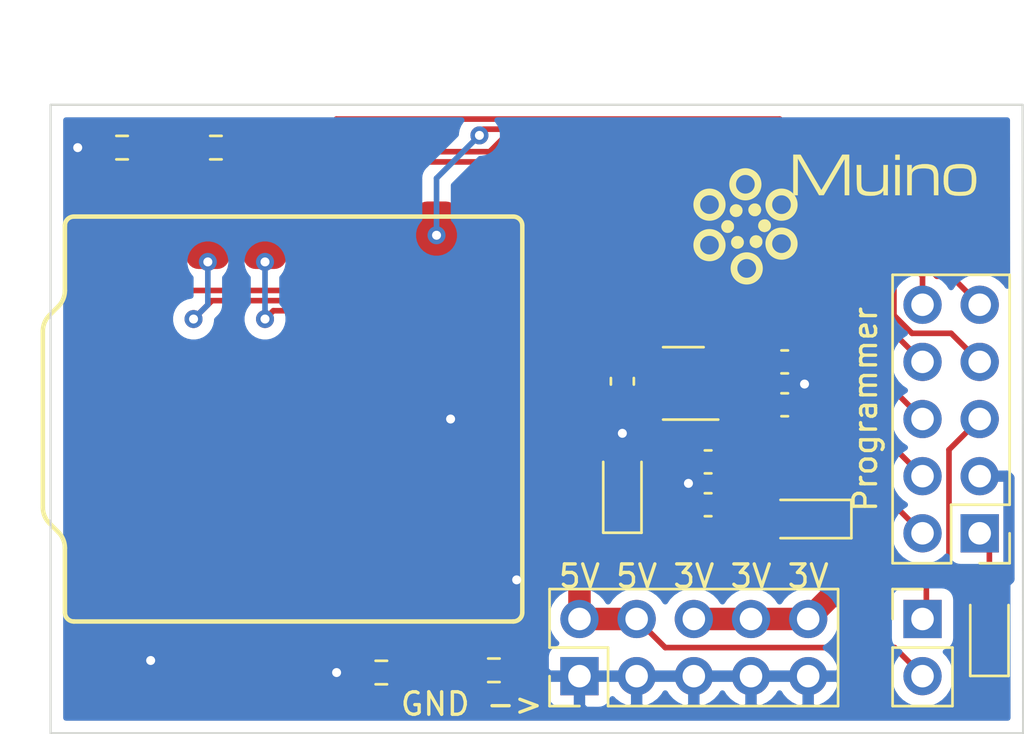
<source format=kicad_pcb>
(kicad_pcb (version 20171130) (host pcbnew "(5.1.10)-1")

  (general
    (thickness 1.6)
    (drawings 14)
    (tracks 156)
    (zones 0)
    (modules 18)
    (nets 26)
  )

  (page A4)
  (layers
    (0 F.Cu signal)
    (31 B.Cu signal)
    (32 B.Adhes user)
    (33 F.Adhes user)
    (34 B.Paste user)
    (35 F.Paste user)
    (36 B.SilkS user)
    (37 F.SilkS user)
    (38 B.Mask user)
    (39 F.Mask user)
    (40 Dwgs.User user)
    (41 Cmts.User user)
    (42 Eco1.User user)
    (43 Eco2.User user)
    (44 Edge.Cuts user)
    (45 Margin user)
    (46 B.CrtYd user)
    (47 F.CrtYd user)
    (48 B.Fab user)
    (49 F.Fab user)
  )

  (setup
    (last_trace_width 0.25)
    (user_trace_width 0.25)
    (user_trace_width 0.5)
    (user_trace_width 1)
    (trace_clearance 0.2)
    (zone_clearance 0.508)
    (zone_45_only no)
    (trace_min 0.2)
    (via_size 0.8)
    (via_drill 0.4)
    (via_min_size 0.4)
    (via_min_drill 0.3)
    (uvia_size 0.3)
    (uvia_drill 0.1)
    (uvias_allowed no)
    (uvia_min_size 0.2)
    (uvia_min_drill 0.1)
    (edge_width 0.05)
    (segment_width 0.2)
    (pcb_text_width 0.3)
    (pcb_text_size 1.5 1.5)
    (mod_edge_width 0.12)
    (mod_text_size 1 1)
    (mod_text_width 0.15)
    (pad_size 1.524 1.524)
    (pad_drill 0.762)
    (pad_to_mask_clearance 0)
    (aux_axis_origin 0 0)
    (visible_elements 7FFFFF7F)
    (pcbplotparams
      (layerselection 0x010fc_ffffffff)
      (usegerberextensions false)
      (usegerberattributes true)
      (usegerberadvancedattributes true)
      (creategerberjobfile true)
      (excludeedgelayer true)
      (linewidth 0.100000)
      (plotframeref false)
      (viasonmask false)
      (mode 1)
      (useauxorigin false)
      (hpglpennumber 1)
      (hpglpenspeed 20)
      (hpglpendiameter 15.000000)
      (psnegative false)
      (psa4output false)
      (plotreference true)
      (plotvalue true)
      (plotinvisibletext false)
      (padsonsilk false)
      (subtractmaskfromsilk false)
      (outputformat 1)
      (mirror false)
      (drillshape 0)
      (scaleselection 1)
      (outputdirectory "../pcb-readyto-order/"))
  )

  (net 0 "")
  (net 1 "Net-(A1-PadSWDIO)")
  (net 2 "Net-(A1-PadSWCLK)")
  (net 3 ADC_vTref)
  (net 4 Rx_Programmer)
  (net 5 Tx_Programmer)
  (net 6 SWDIO)
  (net 7 16)
  (net 8 nRESET)
  (net 9 GNDdetect)
  (net 10 SWO)
  (net 11 GND)
  (net 12 vTref)
  (net 13 A3)
  (net 14 A2)
  (net 15 A1)
  (net 16 A4)
  (net 17 +5V)
  (net 18 7)
  (net 19 SWDCLK)
  (net 20 "Net-(C3-Pad1)")
  (net 21 "Net-(C4-Pad1)")
  (net 22 +3V3)
  (net 23 +5VD)
  (net 24 "Net-(D3-Pad1)")
  (net 25 "Net-(J1-Pad5)")

  (net_class Default "This is the default net class."
    (clearance 0.2)
    (trace_width 0.25)
    (via_dia 0.8)
    (via_drill 0.4)
    (uvia_dia 0.3)
    (uvia_drill 0.1)
    (add_net +3V3)
    (add_net +5V)
    (add_net +5VD)
    (add_net 16)
    (add_net 7)
    (add_net A1)
    (add_net A2)
    (add_net A3)
    (add_net A4)
    (add_net ADC_vTref)
    (add_net GND)
    (add_net GNDdetect)
    (add_net "Net-(A1-PadSWCLK)")
    (add_net "Net-(A1-PadSWDIO)")
    (add_net "Net-(C3-Pad1)")
    (add_net "Net-(C4-Pad1)")
    (add_net "Net-(D3-Pad1)")
    (add_net "Net-(J1-Pad5)")
    (add_net Rx_Programmer)
    (add_net SWDCLK)
    (add_net SWDIO)
    (add_net SWO)
    (add_net Tx_Programmer)
    (add_net nRESET)
    (add_net vTref)
  )

  (module Connector_PinHeader_2.54mm:PinHeader_1x02_P2.54mm_Vertical (layer F.Cu) (tedit 59FED5CC) (tstamp 61902B38)
    (at 125.73 83.82)
    (descr "Through hole straight pin header, 1x02, 2.54mm pitch, single row")
    (tags "Through hole pin header THT 1x02 2.54mm single row")
    (path /618E2D82)
    (fp_text reference J3 (at 0 -2.33) (layer F.SilkS) hide
      (effects (font (size 1 1) (thickness 0.15)))
    )
    (fp_text value Conn_01x02_Male (at 0 4.87) (layer F.Fab) hide
      (effects (font (size 1 1) (thickness 0.15)))
    )
    (fp_text user %R (at 0 1.27 90) (layer F.Fab)
      (effects (font (size 1 1) (thickness 0.15)))
    )
    (fp_line (start -0.635 -1.27) (end 1.27 -1.27) (layer F.Fab) (width 0.1))
    (fp_line (start 1.27 -1.27) (end 1.27 3.81) (layer F.Fab) (width 0.1))
    (fp_line (start 1.27 3.81) (end -1.27 3.81) (layer F.Fab) (width 0.1))
    (fp_line (start -1.27 3.81) (end -1.27 -0.635) (layer F.Fab) (width 0.1))
    (fp_line (start -1.27 -0.635) (end -0.635 -1.27) (layer F.Fab) (width 0.1))
    (fp_line (start -1.33 3.87) (end 1.33 3.87) (layer F.SilkS) (width 0.12))
    (fp_line (start -1.33 1.27) (end -1.33 3.87) (layer F.SilkS) (width 0.12))
    (fp_line (start 1.33 1.27) (end 1.33 3.87) (layer F.SilkS) (width 0.12))
    (fp_line (start -1.33 1.27) (end 1.33 1.27) (layer F.SilkS) (width 0.12))
    (fp_line (start -1.33 0) (end -1.33 -1.33) (layer F.SilkS) (width 0.12))
    (fp_line (start -1.33 -1.33) (end 0 -1.33) (layer F.SilkS) (width 0.12))
    (fp_line (start -1.8 -1.8) (end -1.8 4.35) (layer F.CrtYd) (width 0.05))
    (fp_line (start -1.8 4.35) (end 1.8 4.35) (layer F.CrtYd) (width 0.05))
    (fp_line (start 1.8 4.35) (end 1.8 -1.8) (layer F.CrtYd) (width 0.05))
    (fp_line (start 1.8 -1.8) (end -1.8 -1.8) (layer F.CrtYd) (width 0.05))
    (pad 2 thru_hole oval (at 0 2.54) (size 1.7 1.7) (drill 1) (layers *.Cu *.Mask)
      (net 23 +5VD))
    (pad 1 thru_hole rect (at 0 0) (size 1.7 1.7) (drill 1) (layers *.Cu *.Mask)
      (net 25 "Net-(J1-Pad5)"))
    (model ${KISYS3DMOD}/Connector_PinHeader_2.54mm.3dshapes/PinHeader_1x02_P2.54mm_Vertical.wrl
      (at (xyz 0 0 0))
      (scale (xyz 1 1 1))
      (rotate (xyz 0 0 0))
    )
  )

  (module Muino_debugger:Suino (layer F.Cu) (tedit 6187CF81) (tstamp 6188716D)
    (at 120.1 66.1)
    (path /61875A5F)
    (fp_text reference G1 (at 2.54 2.54) (layer F.SilkS) hide
      (effects (font (size 1.524 1.524) (thickness 0.3)))
    )
    (fp_text value LOGO (at 2.54 2.54) (layer F.SilkS) hide
      (effects (font (size 1.524 1.524) (thickness 0.3)))
    )
    (fp_poly (pts (xy -2.524314 0.701964) (xy -2.464705 0.723167) (xy -2.413447 0.755953) (xy -2.371432 0.79831)
      (xy -2.339554 0.848225) (xy -2.318705 0.903685) (xy -2.309778 0.962678) (xy -2.313668 1.02319)
      (xy -2.331266 1.083209) (xy -2.363466 1.140722) (xy -2.382621 1.164864) (xy -2.428743 1.205746)
      (xy -2.484076 1.235794) (xy -2.544678 1.253866) (xy -2.60661 1.25882) (xy -2.665932 1.249515)
      (xy -2.670183 1.248205) (xy -2.734116 1.219499) (xy -2.788742 1.178054) (xy -2.831732 1.125803)
      (xy -2.844386 1.1038) (xy -2.8677 1.04169) (xy -2.875537 0.979004) (xy -2.869151 0.917769)
      (xy -2.849796 0.860018) (xy -2.818727 0.807779) (xy -2.777198 0.763081) (xy -2.726463 0.727956)
      (xy -2.667776 0.704432) (xy -2.602391 0.69454) (xy -2.59138 0.694358) (xy -2.524314 0.701964)) (layer F.SilkS) (width 0.01))
    (fp_poly (pts (xy -1.675681 0.676341) (xy -1.615542 0.703421) (xy -1.564579 0.742537) (xy -1.524504 0.792)
      (xy -1.497025 0.850122) (xy -1.483855 0.915216) (xy -1.483557 0.919305) (xy -1.486719 0.989768)
      (xy -1.50498 1.054183) (xy -1.537151 1.110886) (xy -1.582043 1.158212) (xy -1.638466 1.194494)
      (xy -1.695142 1.215551) (xy -1.73649 1.224401) (xy -1.772562 1.226057) (xy -1.811367 1.220435)
      (xy -1.837266 1.21408) (xy -1.900266 1.189115) (xy -1.953672 1.15178) (xy -1.99624 1.104272)
      (xy -2.026725 1.048792) (xy -2.043882 0.987536) (xy -2.046466 0.922705) (xy -2.035519 0.863837)
      (xy -2.008401 0.799962) (xy -1.969099 0.746712) (xy -1.919427 0.705332) (xy -1.861196 0.677068)
      (xy -1.79622 0.663165) (xy -1.743286 0.662983) (xy -1.675681 0.676341)) (layer F.SilkS) (width 0.01))
    (fp_poly (pts (xy -2.991263 -0.003694) (xy -2.962728 -0.001347) (xy -2.939813 0.0039) (xy -2.916867 0.013137)
      (xy -2.90105 0.020889) (xy -2.845997 0.057867) (xy -2.799065 0.107803) (xy -2.767387 0.159034)
      (xy -2.757247 0.182749) (xy -2.75125 0.206966) (xy -2.748454 0.237304) (xy -2.747896 0.275166)
      (xy -2.748736 0.314829) (xy -2.751678 0.343352) (xy -2.757818 0.366496) (xy -2.768254 0.390024)
      (xy -2.77067 0.394738) (xy -2.809152 0.452058) (xy -2.857921 0.497853) (xy -2.914616 0.530929)
      (xy -2.976876 0.550095) (xy -3.042341 0.554158) (xy -3.077633 0.549761) (xy -3.143562 0.529547)
      (xy -3.199634 0.495819) (xy -3.24642 0.448131) (xy -3.282779 0.389506) (xy -3.301624 0.334395)
      (xy -3.307805 0.273468) (xy -3.301295 0.212184) (xy -3.283922 0.15985) (xy -3.246067 0.097447)
      (xy -3.196982 0.047677) (xy -3.156403 0.020642) (xy -3.133382 0.008756) (xy -3.113098 0.001388)
      (xy -3.090212 -0.002522) (xy -3.059386 -0.004035) (xy -3.031067 -0.004234) (xy -2.991263 -0.003694)) (layer F.SilkS) (width 0.01))
    (fp_poly (pts (xy -1.308235 -0.036606) (xy -1.252483 -0.012694) (xy -1.2031 0.02263) (xy -1.161898 0.067535)
      (xy -1.130686 0.120189) (xy -1.111277 0.178761) (xy -1.105482 0.241419) (xy -1.109723 0.282651)
      (xy -1.12386 0.337413) (xy -1.146194 0.38273) (xy -1.180208 0.425422) (xy -1.185399 0.430856)
      (xy -1.235749 0.471315) (xy -1.294214 0.499194) (xy -1.357302 0.513753) (xy -1.421521 0.514254)
      (xy -1.483379 0.499956) (xy -1.493245 0.496069) (xy -1.545352 0.469375) (xy -1.586279 0.436291)
      (xy -1.619993 0.392986) (xy -1.642991 0.351366) (xy -1.657471 0.318192) (xy -1.66509 0.2885)
      (xy -1.667786 0.253595) (xy -1.667926 0.2395) (xy -1.660465 0.167946) (xy -1.638602 0.104803)
      (xy -1.603143 0.051032) (xy -1.554893 0.007597) (xy -1.494657 -0.02454) (xy -1.431599 -0.042865)
      (xy -1.368544 -0.047274) (xy -1.308235 -0.036606)) (layer F.SilkS) (width 0.01))
    (fp_poly (pts (xy -2.618395 -0.714575) (xy -2.555349 -0.699298) (xy -2.496252 -0.669757) (xy -2.443679 -0.626308)
      (xy -2.438152 -0.620418) (xy -2.399575 -0.567805) (xy -2.376304 -0.510143) (xy -2.367389 -0.444905)
      (xy -2.367238 -0.4318) (xy -2.375683 -0.369595) (xy -2.398844 -0.309728) (xy -2.434532 -0.255512)
      (xy -2.480559 -0.210259) (xy -2.534735 -0.177281) (xy -2.535766 -0.176822) (xy -2.579159 -0.16335)
      (xy -2.629944 -0.156213) (xy -2.681034 -0.155853) (xy -2.725342 -0.162713) (xy -2.731641 -0.164612)
      (xy -2.76749 -0.177974) (xy -2.795975 -0.193259) (xy -2.82386 -0.21462) (xy -2.846001 -0.234798)
      (xy -2.888048 -0.285414) (xy -2.915929 -0.342392) (xy -2.929881 -0.403188) (xy -2.93014 -0.465257)
      (xy -2.916943 -0.526057) (xy -2.890525 -0.583043) (xy -2.851123 -0.633671) (xy -2.805435 -0.67125)
      (xy -2.746015 -0.700908) (xy -2.682809 -0.71523) (xy -2.618395 -0.714575)) (layer F.SilkS) (width 0.01))
    (fp_poly (pts (xy -1.778653 -0.748587) (xy -1.715526 -0.731431) (xy -1.659429 -0.700996) (xy -1.612151 -0.658929)
      (xy -1.57548 -0.606878) (xy -1.551204 -0.546488) (xy -1.541113 -0.479408) (xy -1.540933 -0.468927)
      (xy -1.548959 -0.402157) (xy -1.571908 -0.340473) (xy -1.608091 -0.286166) (xy -1.655817 -0.241525)
      (xy -1.713395 -0.208839) (xy -1.740021 -0.199255) (xy -1.796554 -0.188639) (xy -1.854932 -0.188973)
      (xy -1.900766 -0.198111) (xy -1.965598 -0.226507) (xy -2.019181 -0.267395) (xy -2.062233 -0.321397)
      (xy -2.080062 -0.353566) (xy -2.092957 -0.382859) (xy -2.100232 -0.409456) (xy -2.103356 -0.440536)
      (xy -2.103858 -0.4699) (xy -2.102978 -0.50717) (xy -2.099255 -0.53487) (xy -2.091003 -0.560327)
      (xy -2.076537 -0.590864) (xy -2.075615 -0.592667) (xy -2.036411 -0.652691) (xy -1.987688 -0.69912)
      (xy -1.930318 -0.731351) (xy -1.865173 -0.748781) (xy -1.847022 -0.750817) (xy -1.778653 -0.748587)) (layer F.SilkS) (width 0.01))
    (fp_poly (pts (xy 2.906252 -1.996017) (xy 2.90701 -1.891706) (xy 2.907815 -1.802966) (xy 2.908712 -1.728434)
      (xy 2.909743 -1.666746) (xy 2.910952 -1.61654) (xy 2.912381 -1.576454) (xy 2.914073 -1.545124)
      (xy 2.916071 -1.521188) (xy 2.918418 -1.503282) (xy 2.921158 -1.490045) (xy 2.922327 -1.485901)
      (xy 2.946261 -1.424657) (xy 2.97774 -1.375647) (xy 3.018664 -1.337309) (xy 3.070931 -1.308084)
      (xy 3.136443 -1.286411) (xy 3.175801 -1.277718) (xy 3.209586 -1.273324) (xy 3.256051 -1.270171)
      (xy 3.310989 -1.268261) (xy 3.370193 -1.2676) (xy 3.429455 -1.268192) (xy 3.484567 -1.27004)
      (xy 3.531322 -1.273149) (xy 3.564467 -1.27733) (xy 3.650257 -1.298431) (xy 3.723764 -1.327924)
      (xy 3.783996 -1.365276) (xy 3.829961 -1.409955) (xy 3.841905 -1.426328) (xy 3.852822 -1.443541)
      (xy 3.862125 -1.46062) (xy 3.86994 -1.47902) (xy 3.876398 -1.500198) (xy 3.881627 -1.52561)
      (xy 3.885756 -1.556712) (xy 3.888913 -1.594961) (xy 3.891227 -1.641813) (xy 3.892827 -1.698725)
      (xy 3.893842 -1.767152) (xy 3.894401 -1.848552) (xy 3.894631 -1.94438) (xy 3.894667 -2.023089)
      (xy 3.894667 -2.4638) (xy 4.0894 -2.4638) (xy 4.0894 -1.1176) (xy 3.894667 -1.1176)
      (xy 3.894667 -1.339663) (xy 3.861296 -1.28969) (xy 3.822944 -1.242137) (xy 3.775825 -1.202544)
      (xy 3.717613 -1.169429) (xy 3.645985 -1.141307) (xy 3.612715 -1.131025) (xy 3.527119 -1.111605)
      (xy 3.430029 -1.098998) (xy 3.325563 -1.093461) (xy 3.21784 -1.095251) (xy 3.138486 -1.10144)
      (xy 3.042722 -1.116911) (xy 2.960618 -1.141842) (xy 2.891557 -1.176587) (xy 2.834925 -1.2215)
      (xy 2.790105 -1.276933) (xy 2.769807 -1.312967) (xy 2.758885 -1.335588) (xy 2.749515 -1.356611)
      (xy 2.74157 -1.377501) (xy 2.73492 -1.399722) (xy 2.729437 -1.42474) (xy 2.724991 -1.45402)
      (xy 2.721453 -1.489027) (xy 2.718696 -1.531225) (xy 2.716589 -1.58208) (xy 2.715004 -1.643057)
      (xy 2.713812 -1.715621) (xy 2.712885 -1.801237) (xy 2.712094 -1.90137) (xy 2.711591 -1.974851)
      (xy 2.708334 -2.4638) (xy 2.903147 -2.4638) (xy 2.906252 -1.996017)) (layer F.SilkS) (width 0.01))
    (fp_poly (pts (xy 7.341549 -2.503175) (xy 7.439037 -2.497608) (xy 7.53184 -2.48715) (xy 7.615562 -2.472132)
      (xy 7.664862 -2.459543) (xy 7.708548 -2.44356) (xy 7.757008 -2.421018) (xy 7.803284 -2.39546)
      (xy 7.84042 -2.370432) (xy 7.841708 -2.36942) (xy 7.871516 -2.33996) (xy 7.902571 -2.299426)
      (xy 7.931395 -2.253005) (xy 7.954504 -2.205881) (xy 7.958882 -2.194861) (xy 7.98142 -2.120767)
      (xy 7.998114 -2.035979) (xy 8.00904 -1.943573) (xy 8.014273 -1.846619) (xy 8.013888 -1.748193)
      (xy 8.00796 -1.651366) (xy 7.996564 -1.559211) (xy 7.979776 -1.474802) (xy 7.957671 -1.401212)
      (xy 7.938365 -1.356374) (xy 7.896391 -1.291732) (xy 7.840609 -1.234528) (xy 7.773077 -1.186286)
      (xy 7.695855 -1.148529) (xy 7.628169 -1.126818) (xy 7.560637 -1.113306) (xy 7.480851 -1.103087)
      (xy 7.393208 -1.096367) (xy 7.302105 -1.093352) (xy 7.211939 -1.094248) (xy 7.127105 -1.099261)
      (xy 7.0993 -1.102047) (xy 7.015023 -1.114919) (xy 6.935834 -1.133524) (xy 6.866332 -1.156673)
      (xy 6.835177 -1.17029) (xy 6.785566 -1.200244) (xy 6.736301 -1.240356) (xy 6.692318 -1.285966)
      (xy 6.658555 -1.332415) (xy 6.653058 -1.342153) (xy 6.621077 -1.417016) (xy 6.596925 -1.50632)
      (xy 6.580697 -1.609445) (xy 6.572489 -1.725766) (xy 6.572479 -1.739766) (xy 6.765832 -1.739766)
      (xy 6.76722 -1.676676) (xy 6.77008 -1.620235) (xy 6.774469 -1.573809) (xy 6.776822 -1.557867)
      (xy 6.793321 -1.484894) (xy 6.816546 -1.424749) (xy 6.847966 -1.376215) (xy 6.88905 -1.33807)
      (xy 6.941268 -1.309095) (xy 7.006088 -1.288071) (xy 7.084981 -1.273778) (xy 7.124419 -1.269319)
      (xy 7.16336 -1.266912) (xy 7.214156 -1.265746) (xy 7.272675 -1.265723) (xy 7.334786 -1.266744)
      (xy 7.396357 -1.26871) (xy 7.453257 -1.271522) (xy 7.501353 -1.275082) (xy 7.535561 -1.279136)
      (xy 7.610037 -1.297726) (xy 7.672071 -1.327707) (xy 7.721975 -1.369331) (xy 7.76006 -1.422852)
      (xy 7.784153 -1.480331) (xy 7.800647 -1.547369) (xy 7.812483 -1.626472) (xy 7.819626 -1.713416)
      (xy 7.82204 -1.803975) (xy 7.819689 -1.893923) (xy 7.812538 -1.979036) (xy 7.80055 -2.055088)
      (xy 7.789407 -2.100187) (xy 7.766685 -2.160111) (xy 7.736674 -2.208485) (xy 7.697702 -2.246489)
      (xy 7.648098 -2.275305) (xy 7.586191 -2.296114) (xy 7.51031 -2.310098) (xy 7.488767 -2.312687)
      (xy 7.447149 -2.315879) (xy 7.39503 -2.317785) (xy 7.335736 -2.318488) (xy 7.272591 -2.318069)
      (xy 7.208918 -2.316612) (xy 7.148041 -2.3142) (xy 7.093286 -2.310915) (xy 7.047976 -2.306839)
      (xy 7.015436 -2.302057) (xy 7.009699 -2.300764) (xy 6.946698 -2.280638) (xy 6.896247 -2.253974)
      (xy 6.856197 -2.218558) (xy 6.8244 -2.172177) (xy 6.798707 -2.112617) (xy 6.78531 -2.069571)
      (xy 6.779033 -2.037226) (xy 6.773894 -1.991347) (xy 6.769948 -1.935297) (xy 6.767252 -1.872441)
      (xy 6.765862 -1.806143) (xy 6.765832 -1.739766) (xy 6.572479 -1.739766) (xy 6.572395 -1.854663)
      (xy 6.57277 -1.866348) (xy 6.580586 -1.984187) (xy 6.595896 -2.087357) (xy 6.619512 -2.176746)
      (xy 6.652247 -2.253244) (xy 6.694915 -2.317741) (xy 6.748327 -2.371126) (xy 6.813295 -2.414289)
      (xy 6.890634 -2.448119) (xy 6.981155 -2.473506) (xy 7.085671 -2.49134) (xy 7.1501 -2.498312)
      (xy 7.243771 -2.50352) (xy 7.341549 -2.503175)) (layer F.SilkS) (width 0.01))
    (fp_poly (pts (xy 0.051899 -2.919067) (xy 0.213865 -2.916767) (xy 0.672083 -2.13189) (xy 0.733921 -2.026049)
      (xy 0.793404 -1.924399) (xy 0.849974 -1.827887) (xy 0.90307 -1.737458) (xy 0.952134 -1.65406)
      (xy 0.996608 -1.578638) (xy 1.035933 -1.51214) (xy 1.069549 -1.455511) (xy 1.096898 -1.409697)
      (xy 1.117421 -1.375646) (xy 1.13056 -1.354304) (xy 1.135754 -1.346616) (xy 1.135784 -1.346606)
      (xy 1.140716 -1.353705) (xy 1.153608 -1.374475) (xy 1.173894 -1.40796) (xy 1.201007 -1.453202)
      (xy 1.234381 -1.509243) (xy 1.273447 -1.575126) (xy 1.317641 -1.649894) (xy 1.366393 -1.732588)
      (xy 1.419138 -1.822253) (xy 1.475309 -1.917929) (xy 1.534339 -2.01866) (xy 1.587962 -2.110317)
      (xy 1.649328 -2.215247) (xy 1.708506 -2.316358) (xy 1.764911 -2.412651) (xy 1.817958 -2.503131)
      (xy 1.86706 -2.5868) (xy 1.911631 -2.662661) (xy 1.951085 -2.729719) (xy 1.984836 -2.786975)
      (xy 2.012298 -2.833433) (xy 2.032885 -2.868096) (xy 2.046012 -2.889968) (xy 2.050838 -2.897717)
      (xy 2.06702 -2.921) (xy 2.370667 -2.921) (xy 2.370667 -1.1176) (xy 2.176019 -1.1176)
      (xy 2.173859 -1.927307) (xy 2.1717 -2.737013) (xy 1.70529 -1.929423) (xy 1.238879 -1.121834)
      (xy 1.037167 -1.117324) (xy 0.563034 -1.938901) (xy 0.0889 -2.760479) (xy 0.086742 -1.93904)
      (xy 0.084583 -1.1176) (xy -0.110066 -1.1176) (xy -0.110066 -2.921366) (xy 0.051899 -2.919067)) (layer F.SilkS) (width 0.01))
    (fp_poly (pts (xy 4.614333 -1.1176) (xy 4.4196 -1.1176) (xy 4.4196 -2.4638) (xy 4.614333 -2.4638)
      (xy 4.614333 -1.1176)) (layer F.SilkS) (width 0.01))
    (fp_poly (pts (xy 5.837944 -2.499606) (xy 5.851309 -2.49853) (xy 5.950369 -2.48632) (xy 6.0348 -2.467563)
      (xy 6.105911 -2.441423) (xy 6.165014 -2.407066) (xy 6.213419 -2.36366) (xy 6.252436 -2.31037)
      (xy 6.283377 -2.246361) (xy 6.294038 -2.216809) (xy 6.302168 -2.190059) (xy 6.309123 -2.161618)
      (xy 6.314988 -2.130005) (xy 6.31985 -2.093741) (xy 6.323794 -2.051348) (xy 6.326909 -2.001345)
      (xy 6.32928 -1.942254) (xy 6.330993 -1.872595) (xy 6.332136 -1.790888) (xy 6.332793 -1.695654)
      (xy 6.333054 -1.585414) (xy 6.333067 -1.549068) (xy 6.333067 -1.1176) (xy 6.138334 -1.1176)
      (xy 6.138334 -1.534806) (xy 6.138148 -1.626123) (xy 6.137614 -1.712481) (xy 6.136764 -1.792094)
      (xy 6.135629 -1.863174) (xy 6.134243 -1.923937) (xy 6.132638 -1.972596) (xy 6.130846 -2.007365)
      (xy 6.12949 -2.02254) (xy 6.115377 -2.098407) (xy 6.093064 -2.160364) (xy 6.061242 -2.209969)
      (xy 6.018602 -2.248781) (xy 5.963833 -2.278358) (xy 5.896218 -2.300112) (xy 5.859301 -2.30648)
      (xy 5.809468 -2.311147) (xy 5.75065 -2.31411) (xy 5.686779 -2.315365) (xy 5.621787 -2.314909)
      (xy 5.559606 -2.312739) (xy 5.504168 -2.308851) (xy 5.459404 -2.303241) (xy 5.445356 -2.300512)
      (xy 5.363348 -2.276171) (xy 5.29392 -2.242948) (xy 5.238184 -2.201414) (xy 5.223608 -2.186666)
      (xy 5.209087 -2.170759) (xy 5.196685 -2.156315) (xy 5.186228 -2.141914) (xy 5.177543 -2.126136)
      (xy 5.170453 -2.107562) (xy 5.164785 -2.084772) (xy 5.160363 -2.056345) (xy 5.157015 -2.020861)
      (xy 5.154564 -1.976902) (xy 5.152837 -1.923046) (xy 5.151658 -1.857874) (xy 5.150854 -1.779966)
      (xy 5.150249 -1.687902) (xy 5.149698 -1.585384) (xy 5.147186 -1.1176) (xy 4.953 -1.1176)
      (xy 4.953 -2.4638) (xy 5.147733 -2.4638) (xy 5.148088 -2.35585) (xy 5.148311 -2.311695)
      (xy 5.148884 -2.28241) (xy 5.150182 -2.265931) (xy 5.152578 -2.260194) (xy 5.156447 -2.263136)
      (xy 5.16216 -2.272693) (xy 5.162905 -2.274037) (xy 5.194213 -2.318633) (xy 5.236586 -2.362479)
      (xy 5.284662 -2.400721) (xy 5.333078 -2.428505) (xy 5.334 -2.428915) (xy 5.418804 -2.459558)
      (xy 5.515251 -2.48244) (xy 5.619691 -2.49707) (xy 5.728472 -2.502956) (xy 5.837944 -2.499606)) (layer F.SilkS) (width 0.01))
    (fp_poly (pts (xy 4.614333 -2.6924) (xy 4.419109 -2.6924) (xy 4.421471 -2.804584) (xy 4.423833 -2.916767)
      (xy 4.614333 -2.921555) (xy 4.614333 -2.6924)) (layer F.SilkS) (width 0.01))
  )

  (module Diode_SMD:D_SOD-323_HandSoldering (layer F.Cu) (tedit 58641869) (tstamp 61874E6F)
    (at 112.395 78.085 90)
    (descr SOD-323)
    (tags SOD-323)
    (path /61920823)
    (attr smd)
    (fp_text reference D2 (at 0 -1.85 90) (layer F.SilkS) hide
      (effects (font (size 1 1) (thickness 0.15)))
    )
    (fp_text value D (at 0.1 1.9 90) (layer F.Fab)
      (effects (font (size 1 1) (thickness 0.15)))
    )
    (fp_line (start -1.9 -0.85) (end 1.25 -0.85) (layer F.SilkS) (width 0.12))
    (fp_line (start -1.9 0.85) (end 1.25 0.85) (layer F.SilkS) (width 0.12))
    (fp_line (start -2 -0.95) (end -2 0.95) (layer F.CrtYd) (width 0.05))
    (fp_line (start -2 0.95) (end 2 0.95) (layer F.CrtYd) (width 0.05))
    (fp_line (start 2 -0.95) (end 2 0.95) (layer F.CrtYd) (width 0.05))
    (fp_line (start -2 -0.95) (end 2 -0.95) (layer F.CrtYd) (width 0.05))
    (fp_line (start -0.9 -0.7) (end 0.9 -0.7) (layer F.Fab) (width 0.1))
    (fp_line (start 0.9 -0.7) (end 0.9 0.7) (layer F.Fab) (width 0.1))
    (fp_line (start 0.9 0.7) (end -0.9 0.7) (layer F.Fab) (width 0.1))
    (fp_line (start -0.9 0.7) (end -0.9 -0.7) (layer F.Fab) (width 0.1))
    (fp_line (start -0.3 -0.35) (end -0.3 0.35) (layer F.Fab) (width 0.1))
    (fp_line (start -0.3 0) (end -0.5 0) (layer F.Fab) (width 0.1))
    (fp_line (start -0.3 0) (end 0.2 -0.35) (layer F.Fab) (width 0.1))
    (fp_line (start 0.2 -0.35) (end 0.2 0.35) (layer F.Fab) (width 0.1))
    (fp_line (start 0.2 0.35) (end -0.3 0) (layer F.Fab) (width 0.1))
    (fp_line (start 0.2 0) (end 0.45 0) (layer F.Fab) (width 0.1))
    (fp_line (start -1.9 -0.85) (end -1.9 0.85) (layer F.SilkS) (width 0.12))
    (fp_text user %R (at 0 -1.85 90) (layer F.Fab)
      (effects (font (size 1 1) (thickness 0.15)))
    )
    (pad 2 smd rect (at 1.25 0 90) (size 1 1) (layers F.Cu F.Paste F.Mask)
      (net 17 +5V))
    (pad 1 smd rect (at -1.25 0 90) (size 1 1) (layers F.Cu F.Paste F.Mask)
      (net 23 +5VD))
    (model ${KISYS3DMOD}/Diode_SMD.3dshapes/D_SOD-323.wrl
      (at (xyz 0 0 0))
      (scale (xyz 1 1 1))
      (rotate (xyz 0 0 0))
    )
  )

  (module Resistor_SMD:R_0603_1608Metric_Pad0.98x0.95mm_HandSolder (layer F.Cu) (tedit 5F68FEEE) (tstamp 6187CBFE)
    (at 94.3375 62.865)
    (descr "Resistor SMD 0603 (1608 Metric), square (rectangular) end terminal, IPC_7351 nominal with elongated pad for handsoldering. (Body size source: IPC-SM-782 page 72, https://www.pcb-3d.com/wordpress/wp-content/uploads/ipc-sm-782a_amendment_1_and_2.pdf), generated with kicad-footprint-generator")
    (tags "resistor handsolder")
    (path /6189657F)
    (attr smd)
    (fp_text reference R4 (at 0 -1.43) (layer F.SilkS) hide
      (effects (font (size 1 1) (thickness 0.15)))
    )
    (fp_text value DNP (at 0 1.43) (layer F.Fab)
      (effects (font (size 1 1) (thickness 0.15)))
    )
    (fp_line (start -0.8 0.4125) (end -0.8 -0.4125) (layer F.Fab) (width 0.1))
    (fp_line (start -0.8 -0.4125) (end 0.8 -0.4125) (layer F.Fab) (width 0.1))
    (fp_line (start 0.8 -0.4125) (end 0.8 0.4125) (layer F.Fab) (width 0.1))
    (fp_line (start 0.8 0.4125) (end -0.8 0.4125) (layer F.Fab) (width 0.1))
    (fp_line (start -0.254724 -0.5225) (end 0.254724 -0.5225) (layer F.SilkS) (width 0.12))
    (fp_line (start -0.254724 0.5225) (end 0.254724 0.5225) (layer F.SilkS) (width 0.12))
    (fp_line (start -1.65 0.73) (end -1.65 -0.73) (layer F.CrtYd) (width 0.05))
    (fp_line (start -1.65 -0.73) (end 1.65 -0.73) (layer F.CrtYd) (width 0.05))
    (fp_line (start 1.65 -0.73) (end 1.65 0.73) (layer F.CrtYd) (width 0.05))
    (fp_line (start 1.65 0.73) (end -1.65 0.73) (layer F.CrtYd) (width 0.05))
    (fp_text user %R (at 0 0) (layer F.Fab)
      (effects (font (size 0.4 0.4) (thickness 0.06)))
    )
    (pad 2 smd roundrect (at 0.9125 0) (size 0.975 0.95) (layers F.Cu F.Paste F.Mask) (roundrect_rratio 0.25)
      (net 9 GNDdetect))
    (pad 1 smd roundrect (at -0.9125 0) (size 0.975 0.95) (layers F.Cu F.Paste F.Mask) (roundrect_rratio 0.25)
      (net 7 16))
    (model ${KISYS3DMOD}/Resistor_SMD.3dshapes/R_0603_1608Metric.wrl
      (at (xyz 0 0 0))
      (scale (xyz 1 1 1))
      (rotate (xyz 0 0 0))
    )
  )

  (module Resistor_SMD:R_0603_1608Metric_Pad0.98x0.95mm_HandSolder (layer F.Cu) (tedit 5F68FEEE) (tstamp 6187CBED)
    (at 90.17 62.865 180)
    (descr "Resistor SMD 0603 (1608 Metric), square (rectangular) end terminal, IPC_7351 nominal with elongated pad for handsoldering. (Body size source: IPC-SM-782 page 72, https://www.pcb-3d.com/wordpress/wp-content/uploads/ipc-sm-782a_amendment_1_and_2.pdf), generated with kicad-footprint-generator")
    (tags "resistor handsolder")
    (path /61883A2A)
    (attr smd)
    (fp_text reference R3 (at 0 -1.43) (layer F.SilkS) hide
      (effects (font (size 1 1) (thickness 0.15)))
    )
    (fp_text value DNP (at 0 1.43) (layer F.Fab)
      (effects (font (size 1 1) (thickness 0.15)))
    )
    (fp_line (start -0.8 0.4125) (end -0.8 -0.4125) (layer F.Fab) (width 0.1))
    (fp_line (start -0.8 -0.4125) (end 0.8 -0.4125) (layer F.Fab) (width 0.1))
    (fp_line (start 0.8 -0.4125) (end 0.8 0.4125) (layer F.Fab) (width 0.1))
    (fp_line (start 0.8 0.4125) (end -0.8 0.4125) (layer F.Fab) (width 0.1))
    (fp_line (start -0.254724 -0.5225) (end 0.254724 -0.5225) (layer F.SilkS) (width 0.12))
    (fp_line (start -0.254724 0.5225) (end 0.254724 0.5225) (layer F.SilkS) (width 0.12))
    (fp_line (start -1.65 0.73) (end -1.65 -0.73) (layer F.CrtYd) (width 0.05))
    (fp_line (start -1.65 -0.73) (end 1.65 -0.73) (layer F.CrtYd) (width 0.05))
    (fp_line (start 1.65 -0.73) (end 1.65 0.73) (layer F.CrtYd) (width 0.05))
    (fp_line (start 1.65 0.73) (end -1.65 0.73) (layer F.CrtYd) (width 0.05))
    (fp_text user %R (at 0 0) (layer F.Fab)
      (effects (font (size 0.4 0.4) (thickness 0.06)))
    )
    (pad 2 smd roundrect (at 0.9125 0 180) (size 0.975 0.95) (layers F.Cu F.Paste F.Mask) (roundrect_rratio 0.25)
      (net 11 GND))
    (pad 1 smd roundrect (at -0.9125 0 180) (size 0.975 0.95) (layers F.Cu F.Paste F.Mask) (roundrect_rratio 0.25)
      (net 7 16))
    (model ${KISYS3DMOD}/Resistor_SMD.3dshapes/R_0603_1608Metric.wrl
      (at (xyz 0 0 0))
      (scale (xyz 1 1 1))
      (rotate (xyz 0 0 0))
    )
  )

  (module Package_TO_SOT_SMD:SOT-23-5 (layer F.Cu) (tedit 5A02FF57) (tstamp 61876C7E)
    (at 115.105 73.345 180)
    (descr "5-pin SOT23 package")
    (tags SOT-23-5)
    (path /61873182)
    (attr smd)
    (fp_text reference U1 (at 0 -2.9) (layer F.SilkS) hide
      (effects (font (size 1 1) (thickness 0.15)))
    )
    (fp_text value LD3985M33R_SOT23 (at 0.805 16.195) (layer F.Fab)
      (effects (font (size 1 1) (thickness 0.15)))
    )
    (fp_line (start 0.9 -1.55) (end 0.9 1.55) (layer F.Fab) (width 0.1))
    (fp_line (start 0.9 1.55) (end -0.9 1.55) (layer F.Fab) (width 0.1))
    (fp_line (start -0.9 -0.9) (end -0.9 1.55) (layer F.Fab) (width 0.1))
    (fp_line (start 0.9 -1.55) (end -0.25 -1.55) (layer F.Fab) (width 0.1))
    (fp_line (start -0.9 -0.9) (end -0.25 -1.55) (layer F.Fab) (width 0.1))
    (fp_line (start -1.9 1.8) (end -1.9 -1.8) (layer F.CrtYd) (width 0.05))
    (fp_line (start 1.9 1.8) (end -1.9 1.8) (layer F.CrtYd) (width 0.05))
    (fp_line (start 1.9 -1.8) (end 1.9 1.8) (layer F.CrtYd) (width 0.05))
    (fp_line (start -1.9 -1.8) (end 1.9 -1.8) (layer F.CrtYd) (width 0.05))
    (fp_line (start 0.9 -1.61) (end -1.55 -1.61) (layer F.SilkS) (width 0.12))
    (fp_line (start -0.9 1.61) (end 0.9 1.61) (layer F.SilkS) (width 0.12))
    (fp_text user %R (at 0 0 90) (layer F.Fab) hide
      (effects (font (size 0.5 0.5) (thickness 0.075)))
    )
    (pad 5 smd rect (at 1.1 -0.95 180) (size 1.06 0.65) (layers F.Cu F.Paste F.Mask)
      (net 21 "Net-(C4-Pad1)"))
    (pad 4 smd rect (at 1.1 0.95 180) (size 1.06 0.65) (layers F.Cu F.Paste F.Mask)
      (net 20 "Net-(C3-Pad1)"))
    (pad 3 smd rect (at -1.1 0.95 180) (size 1.06 0.65) (layers F.Cu F.Paste F.Mask)
      (net 17 +5V))
    (pad 2 smd rect (at -1.1 0 180) (size 1.06 0.65) (layers F.Cu F.Paste F.Mask)
      (net 11 GND))
    (pad 1 smd rect (at -1.1 -0.95 180) (size 1.06 0.65) (layers F.Cu F.Paste F.Mask)
      (net 17 +5V))
    (model ${KISYS3DMOD}/Package_TO_SOT_SMD.3dshapes/SOT-23-5.wrl
      (at (xyz 0 0 0))
      (scale (xyz 1 1 1))
      (rotate (xyz 0 0 0))
    )
  )

  (module Resistor_SMD:R_0603_1608Metric_Pad0.98x0.95mm_HandSolder (layer F.Cu) (tedit 5F68FEEE) (tstamp 61886147)
    (at 106.6875 86.1 180)
    (descr "Resistor SMD 0603 (1608 Metric), square (rectangular) end terminal, IPC_7351 nominal with elongated pad for handsoldering. (Body size source: IPC-SM-782 page 72, https://www.pcb-3d.com/wordpress/wp-content/uploads/ipc-sm-782a_amendment_1_and_2.pdf), generated with kicad-footprint-generator")
    (tags "resistor handsolder")
    (path /61827FA2)
    (attr smd)
    (fp_text reference R2 (at 0 -1.43) (layer F.SilkS) hide
      (effects (font (size 1 1) (thickness 0.15)))
    )
    (fp_text value R (at 0 1.43) (layer F.Fab) hide
      (effects (font (size 1 1) (thickness 0.15)))
    )
    (fp_line (start 1.65 0.73) (end -1.65 0.73) (layer F.CrtYd) (width 0.05))
    (fp_line (start 1.65 -0.73) (end 1.65 0.73) (layer F.CrtYd) (width 0.05))
    (fp_line (start -1.65 -0.73) (end 1.65 -0.73) (layer F.CrtYd) (width 0.05))
    (fp_line (start -1.65 0.73) (end -1.65 -0.73) (layer F.CrtYd) (width 0.05))
    (fp_line (start -0.254724 0.5225) (end 0.254724 0.5225) (layer F.SilkS) (width 0.12))
    (fp_line (start -0.254724 -0.5225) (end 0.254724 -0.5225) (layer F.SilkS) (width 0.12))
    (fp_line (start 0.8 0.4125) (end -0.8 0.4125) (layer F.Fab) (width 0.1))
    (fp_line (start 0.8 -0.4125) (end 0.8 0.4125) (layer F.Fab) (width 0.1))
    (fp_line (start -0.8 -0.4125) (end 0.8 -0.4125) (layer F.Fab) (width 0.1))
    (fp_line (start -0.8 0.4125) (end -0.8 -0.4125) (layer F.Fab) (width 0.1))
    (fp_text user %R (at 0 0) (layer F.Fab)
      (effects (font (size 0.4 0.4) (thickness 0.06)))
    )
    (pad 2 smd roundrect (at 0.9125 0 180) (size 0.975 0.95) (layers F.Cu F.Paste F.Mask) (roundrect_rratio 0.25)
      (net 3 ADC_vTref))
    (pad 1 smd roundrect (at -0.9125 0 180) (size 0.975 0.95) (layers F.Cu F.Paste F.Mask) (roundrect_rratio 0.25)
      (net 24 "Net-(D3-Pad1)"))
    (model ${KISYS3DMOD}/Resistor_SMD.3dshapes/R_0603_1608Metric.wrl
      (at (xyz 0 0 0))
      (scale (xyz 1 1 1))
      (rotate (xyz 0 0 0))
    )
  )

  (module Resistor_SMD:R_0603_1608Metric_Pad0.98x0.95mm_HandSolder (layer F.Cu) (tedit 5F68FEEE) (tstamp 618861FC)
    (at 101.6875 86.2 180)
    (descr "Resistor SMD 0603 (1608 Metric), square (rectangular) end terminal, IPC_7351 nominal with elongated pad for handsoldering. (Body size source: IPC-SM-782 page 72, https://www.pcb-3d.com/wordpress/wp-content/uploads/ipc-sm-782a_amendment_1_and_2.pdf), generated with kicad-footprint-generator")
    (tags "resistor handsolder")
    (path /6182713C)
    (attr smd)
    (fp_text reference R1 (at 0 -1.43) (layer F.SilkS) hide
      (effects (font (size 1 1) (thickness 0.15)))
    )
    (fp_text value R (at 0 1.43) (layer F.Fab) hide
      (effects (font (size 1 1) (thickness 0.15)))
    )
    (fp_line (start 1.65 0.73) (end -1.65 0.73) (layer F.CrtYd) (width 0.05))
    (fp_line (start 1.65 -0.73) (end 1.65 0.73) (layer F.CrtYd) (width 0.05))
    (fp_line (start -1.65 -0.73) (end 1.65 -0.73) (layer F.CrtYd) (width 0.05))
    (fp_line (start -1.65 0.73) (end -1.65 -0.73) (layer F.CrtYd) (width 0.05))
    (fp_line (start -0.254724 0.5225) (end 0.254724 0.5225) (layer F.SilkS) (width 0.12))
    (fp_line (start -0.254724 -0.5225) (end 0.254724 -0.5225) (layer F.SilkS) (width 0.12))
    (fp_line (start 0.8 0.4125) (end -0.8 0.4125) (layer F.Fab) (width 0.1))
    (fp_line (start 0.8 -0.4125) (end 0.8 0.4125) (layer F.Fab) (width 0.1))
    (fp_line (start -0.8 -0.4125) (end 0.8 -0.4125) (layer F.Fab) (width 0.1))
    (fp_line (start -0.8 0.4125) (end -0.8 -0.4125) (layer F.Fab) (width 0.1))
    (fp_text user %R (at 0 0) (layer F.Fab)
      (effects (font (size 0.4 0.4) (thickness 0.06)))
    )
    (pad 2 smd roundrect (at 0.9125 0 180) (size 0.975 0.95) (layers F.Cu F.Paste F.Mask) (roundrect_rratio 0.25)
      (net 11 GND))
    (pad 1 smd roundrect (at -0.9125 0 180) (size 0.975 0.95) (layers F.Cu F.Paste F.Mask) (roundrect_rratio 0.25)
      (net 3 ADC_vTref))
    (model ${KISYS3DMOD}/Resistor_SMD.3dshapes/R_0603_1608Metric.wrl
      (at (xyz 0 0 0))
      (scale (xyz 1 1 1))
      (rotate (xyz 0 0 0))
    )
  )

  (module Connector_PinHeader_2.54mm:PinHeader_2x05_P2.54mm_Vertical (layer F.Cu) (tedit 59FED5CC) (tstamp 61874F03)
    (at 110.49 86.36 90)
    (descr "Through hole straight pin header, 2x05, 2.54mm pitch, double rows")
    (tags "Through hole pin header THT 2x05 2.54mm double row")
    (path /6191184D)
    (fp_text reference J2 (at 1.27 -2.33 90) (layer F.SilkS) hide
      (effects (font (size 1 1) (thickness 0.15)))
    )
    (fp_text value "Power header" (at 5.08 5.08 unlocked) (layer F.Fab) hide
      (effects (font (size 1 1) (thickness 0.15)))
    )
    (fp_line (start 4.35 -1.8) (end -1.8 -1.8) (layer F.CrtYd) (width 0.05))
    (fp_line (start 4.35 11.95) (end 4.35 -1.8) (layer F.CrtYd) (width 0.05))
    (fp_line (start -1.8 11.95) (end 4.35 11.95) (layer F.CrtYd) (width 0.05))
    (fp_line (start -1.8 -1.8) (end -1.8 11.95) (layer F.CrtYd) (width 0.05))
    (fp_line (start -1.33 -1.33) (end 0 -1.33) (layer F.SilkS) (width 0.12))
    (fp_line (start -1.33 0) (end -1.33 -1.33) (layer F.SilkS) (width 0.12))
    (fp_line (start 1.27 -1.33) (end 3.87 -1.33) (layer F.SilkS) (width 0.12))
    (fp_line (start 1.27 1.27) (end 1.27 -1.33) (layer F.SilkS) (width 0.12))
    (fp_line (start -1.33 1.27) (end 1.27 1.27) (layer F.SilkS) (width 0.12))
    (fp_line (start 3.87 -1.33) (end 3.87 11.49) (layer F.SilkS) (width 0.12))
    (fp_line (start -1.33 1.27) (end -1.33 11.49) (layer F.SilkS) (width 0.12))
    (fp_line (start -1.33 11.49) (end 3.87 11.49) (layer F.SilkS) (width 0.12))
    (fp_line (start -1.27 0) (end 0 -1.27) (layer F.Fab) (width 0.1))
    (fp_line (start -1.27 11.43) (end -1.27 0) (layer F.Fab) (width 0.1))
    (fp_line (start 3.81 11.43) (end -1.27 11.43) (layer F.Fab) (width 0.1))
    (fp_line (start 3.81 -1.27) (end 3.81 11.43) (layer F.Fab) (width 0.1))
    (fp_line (start 0 -1.27) (end 3.81 -1.27) (layer F.Fab) (width 0.1))
    (fp_text user %R (at 1.27 5.08) (layer F.Fab) hide
      (effects (font (size 1 1) (thickness 0.15)))
    )
    (pad 10 thru_hole oval (at 2.54 10.16 90) (size 1.7 1.7) (drill 1) (layers *.Cu *.Mask)
      (net 22 +3V3))
    (pad 9 thru_hole oval (at 0 10.16 90) (size 1.7 1.7) (drill 1) (layers *.Cu *.Mask)
      (net 11 GND))
    (pad 8 thru_hole oval (at 2.54 7.62 90) (size 1.7 1.7) (drill 1) (layers *.Cu *.Mask)
      (net 22 +3V3))
    (pad 7 thru_hole oval (at 0 7.62 90) (size 1.7 1.7) (drill 1) (layers *.Cu *.Mask)
      (net 11 GND))
    (pad 6 thru_hole oval (at 2.54 5.08 90) (size 1.7 1.7) (drill 1) (layers *.Cu *.Mask)
      (net 22 +3V3))
    (pad 5 thru_hole oval (at 0 5.08 90) (size 1.7 1.7) (drill 1) (layers *.Cu *.Mask)
      (net 11 GND))
    (pad 4 thru_hole oval (at 2.54 2.54 90) (size 1.7 1.7) (drill 1) (layers *.Cu *.Mask)
      (net 23 +5VD))
    (pad 3 thru_hole oval (at 0 2.54 90) (size 1.7 1.7) (drill 1) (layers *.Cu *.Mask)
      (net 11 GND))
    (pad 2 thru_hole oval (at 2.54 0 90) (size 1.7 1.7) (drill 1) (layers *.Cu *.Mask)
      (net 23 +5VD))
    (pad 1 thru_hole rect (at 0 0 90) (size 1.7 1.7) (drill 1) (layers *.Cu *.Mask)
      (net 11 GND))
    (model ${KISYS3DMOD}/Connector_PinHeader_2.54mm.3dshapes/PinHeader_2x05_P2.54mm_Vertical.wrl
      (at (xyz 0 0 0))
      (scale (xyz 1 1 1))
      (rotate (xyz 0 0 0))
    )
  )

  (module Diode_SMD:D_SOD-323_HandSoldering (layer F.Cu) (tedit 58641869) (tstamp 618860D9)
    (at 128.7 84.45 90)
    (descr SOD-323)
    (tags SOD-323)
    (path /618BA01A)
    (attr smd)
    (fp_text reference D3 (at 0 -1.85 90) (layer F.SilkS) hide
      (effects (font (size 1 1) (thickness 0.15)))
    )
    (fp_text value D (at 0.1 1.9 90) (layer F.Fab) hide
      (effects (font (size 1 1) (thickness 0.15)))
    )
    (fp_line (start -1.9 -0.85) (end 1.25 -0.85) (layer F.SilkS) (width 0.12))
    (fp_line (start -1.9 0.85) (end 1.25 0.85) (layer F.SilkS) (width 0.12))
    (fp_line (start -2 -0.95) (end -2 0.95) (layer F.CrtYd) (width 0.05))
    (fp_line (start -2 0.95) (end 2 0.95) (layer F.CrtYd) (width 0.05))
    (fp_line (start 2 -0.95) (end 2 0.95) (layer F.CrtYd) (width 0.05))
    (fp_line (start -2 -0.95) (end 2 -0.95) (layer F.CrtYd) (width 0.05))
    (fp_line (start -0.9 -0.7) (end 0.9 -0.7) (layer F.Fab) (width 0.1))
    (fp_line (start 0.9 -0.7) (end 0.9 0.7) (layer F.Fab) (width 0.1))
    (fp_line (start 0.9 0.7) (end -0.9 0.7) (layer F.Fab) (width 0.1))
    (fp_line (start -0.9 0.7) (end -0.9 -0.7) (layer F.Fab) (width 0.1))
    (fp_line (start -0.3 -0.35) (end -0.3 0.35) (layer F.Fab) (width 0.1))
    (fp_line (start -0.3 0) (end -0.5 0) (layer F.Fab) (width 0.1))
    (fp_line (start -0.3 0) (end 0.2 -0.35) (layer F.Fab) (width 0.1))
    (fp_line (start 0.2 -0.35) (end 0.2 0.35) (layer F.Fab) (width 0.1))
    (fp_line (start 0.2 0.35) (end -0.3 0) (layer F.Fab) (width 0.1))
    (fp_line (start 0.2 0) (end 0.45 0) (layer F.Fab) (width 0.1))
    (fp_line (start -1.9 -0.85) (end -1.9 0.85) (layer F.SilkS) (width 0.12))
    (fp_text user %R (at 0 -1.85 90) (layer F.Fab) hide
      (effects (font (size 1 1) (thickness 0.15)))
    )
    (pad 2 smd rect (at 1.25 0 90) (size 1 1) (layers F.Cu F.Paste F.Mask)
      (net 12 vTref))
    (pad 1 smd rect (at -1.25 0 90) (size 1 1) (layers F.Cu F.Paste F.Mask)
      (net 24 "Net-(D3-Pad1)"))
    (model ${KISYS3DMOD}/Diode_SMD.3dshapes/D_SOD-323.wrl
      (at (xyz 0 0 0))
      (scale (xyz 1 1 1))
      (rotate (xyz 0 0 0))
    )
  )

  (module Diode_SMD:D_SOD-323_HandSoldering (layer F.Cu) (tedit 58641869) (tstamp 61876CBD)
    (at 120.67 79.375 180)
    (descr SOD-323)
    (tags SOD-323)
    (path /618B739B)
    (attr smd)
    (fp_text reference D1 (at 0 -1.85) (layer F.SilkS) hide
      (effects (font (size 1 1) (thickness 0.15)))
    )
    (fp_text value D (at 0.1 1.9) (layer F.Fab) hide
      (effects (font (size 1 1) (thickness 0.15)))
    )
    (fp_line (start -1.9 -0.85) (end 1.25 -0.85) (layer F.SilkS) (width 0.12))
    (fp_line (start -1.9 0.85) (end 1.25 0.85) (layer F.SilkS) (width 0.12))
    (fp_line (start -2 -0.95) (end -2 0.95) (layer F.CrtYd) (width 0.05))
    (fp_line (start -2 0.95) (end 2 0.95) (layer F.CrtYd) (width 0.05))
    (fp_line (start 2 -0.95) (end 2 0.95) (layer F.CrtYd) (width 0.05))
    (fp_line (start -2 -0.95) (end 2 -0.95) (layer F.CrtYd) (width 0.05))
    (fp_line (start -0.9 -0.7) (end 0.9 -0.7) (layer F.Fab) (width 0.1))
    (fp_line (start 0.9 -0.7) (end 0.9 0.7) (layer F.Fab) (width 0.1))
    (fp_line (start 0.9 0.7) (end -0.9 0.7) (layer F.Fab) (width 0.1))
    (fp_line (start -0.9 0.7) (end -0.9 -0.7) (layer F.Fab) (width 0.1))
    (fp_line (start -0.3 -0.35) (end -0.3 0.35) (layer F.Fab) (width 0.1))
    (fp_line (start -0.3 0) (end -0.5 0) (layer F.Fab) (width 0.1))
    (fp_line (start -0.3 0) (end 0.2 -0.35) (layer F.Fab) (width 0.1))
    (fp_line (start 0.2 -0.35) (end 0.2 0.35) (layer F.Fab) (width 0.1))
    (fp_line (start 0.2 0.35) (end -0.3 0) (layer F.Fab) (width 0.1))
    (fp_line (start 0.2 0) (end 0.45 0) (layer F.Fab) (width 0.1))
    (fp_line (start -1.9 -0.85) (end -1.9 0.85) (layer F.SilkS) (width 0.12))
    (fp_text user %R (at 0 -1.85) (layer F.Fab) hide
      (effects (font (size 1 1) (thickness 0.15)))
    )
    (pad 2 smd rect (at 1.25 0 180) (size 1 1) (layers F.Cu F.Paste F.Mask)
      (net 21 "Net-(C4-Pad1)"))
    (pad 1 smd rect (at -1.25 0 180) (size 1 1) (layers F.Cu F.Paste F.Mask)
      (net 22 +3V3))
    (model ${KISYS3DMOD}/Diode_SMD.3dshapes/D_SOD-323.wrl
      (at (xyz 0 0 0))
      (scale (xyz 1 1 1))
      (rotate (xyz 0 0 0))
    )
  )

  (module Capacitor_SMD:C_0603_1608Metric_Pad1.08x0.95mm_HandSolder (layer F.Cu) (tedit 5F68FEEF) (tstamp 61874E3F)
    (at 116.205 78.74 180)
    (descr "Capacitor SMD 0603 (1608 Metric), square (rectangular) end terminal, IPC_7351 nominal with elongated pad for handsoldering. (Body size source: IPC-SM-782 page 76, https://www.pcb-3d.com/wordpress/wp-content/uploads/ipc-sm-782a_amendment_1_and_2.pdf), generated with kicad-footprint-generator")
    (tags "capacitor handsolder")
    (path /618B1C03)
    (attr smd)
    (fp_text reference C5 (at 0 -1.43) (layer F.SilkS) hide
      (effects (font (size 1 1) (thickness 0.15)))
    )
    (fp_text value C (at 0 1.43) (layer F.Fab)
      (effects (font (size 1 1) (thickness 0.15)))
    )
    (fp_line (start 1.65 0.73) (end -1.65 0.73) (layer F.CrtYd) (width 0.05))
    (fp_line (start 1.65 -0.73) (end 1.65 0.73) (layer F.CrtYd) (width 0.05))
    (fp_line (start -1.65 -0.73) (end 1.65 -0.73) (layer F.CrtYd) (width 0.05))
    (fp_line (start -1.65 0.73) (end -1.65 -0.73) (layer F.CrtYd) (width 0.05))
    (fp_line (start -0.146267 0.51) (end 0.146267 0.51) (layer F.SilkS) (width 0.12))
    (fp_line (start -0.146267 -0.51) (end 0.146267 -0.51) (layer F.SilkS) (width 0.12))
    (fp_line (start 0.8 0.4) (end -0.8 0.4) (layer F.Fab) (width 0.1))
    (fp_line (start 0.8 -0.4) (end 0.8 0.4) (layer F.Fab) (width 0.1))
    (fp_line (start -0.8 -0.4) (end 0.8 -0.4) (layer F.Fab) (width 0.1))
    (fp_line (start -0.8 0.4) (end -0.8 -0.4) (layer F.Fab) (width 0.1))
    (fp_text user %R (at 0 0) (layer F.Fab)
      (effects (font (size 0.4 0.4) (thickness 0.06)))
    )
    (pad 2 smd roundrect (at 0.8625 0 180) (size 1.075 0.95) (layers F.Cu F.Paste F.Mask) (roundrect_rratio 0.25)
      (net 11 GND))
    (pad 1 smd roundrect (at -0.8625 0 180) (size 1.075 0.95) (layers F.Cu F.Paste F.Mask) (roundrect_rratio 0.25)
      (net 21 "Net-(C4-Pad1)"))
    (model ${KISYS3DMOD}/Capacitor_SMD.3dshapes/C_0603_1608Metric.wrl
      (at (xyz 0 0 0))
      (scale (xyz 1 1 1))
      (rotate (xyz 0 0 0))
    )
  )

  (module Capacitor_SMD:C_0603_1608Metric_Pad1.08x0.95mm_HandSolder (layer F.Cu) (tedit 5F68FEEF) (tstamp 6187D3B8)
    (at 116.205 76.835 180)
    (descr "Capacitor SMD 0603 (1608 Metric), square (rectangular) end terminal, IPC_7351 nominal with elongated pad for handsoldering. (Body size source: IPC-SM-782 page 76, https://www.pcb-3d.com/wordpress/wp-content/uploads/ipc-sm-782a_amendment_1_and_2.pdf), generated with kicad-footprint-generator")
    (tags "capacitor handsolder")
    (path /618B0782)
    (attr smd)
    (fp_text reference C4 (at 0 -1.43) (layer F.SilkS) hide
      (effects (font (size 1 1) (thickness 0.15)))
    )
    (fp_text value C (at 0 1.43) (layer F.Fab)
      (effects (font (size 1 1) (thickness 0.15)))
    )
    (fp_line (start 1.65 0.73) (end -1.65 0.73) (layer F.CrtYd) (width 0.05))
    (fp_line (start 1.65 -0.73) (end 1.65 0.73) (layer F.CrtYd) (width 0.05))
    (fp_line (start -1.65 -0.73) (end 1.65 -0.73) (layer F.CrtYd) (width 0.05))
    (fp_line (start -1.65 0.73) (end -1.65 -0.73) (layer F.CrtYd) (width 0.05))
    (fp_line (start -0.146267 0.51) (end 0.146267 0.51) (layer F.SilkS) (width 0.12))
    (fp_line (start -0.146267 -0.51) (end 0.146267 -0.51) (layer F.SilkS) (width 0.12))
    (fp_line (start 0.8 0.4) (end -0.8 0.4) (layer F.Fab) (width 0.1))
    (fp_line (start 0.8 -0.4) (end 0.8 0.4) (layer F.Fab) (width 0.1))
    (fp_line (start -0.8 -0.4) (end 0.8 -0.4) (layer F.Fab) (width 0.1))
    (fp_line (start -0.8 0.4) (end -0.8 -0.4) (layer F.Fab) (width 0.1))
    (fp_text user %R (at 0 0) (layer F.Fab)
      (effects (font (size 0.4 0.4) (thickness 0.06)))
    )
    (pad 2 smd roundrect (at 0.8625 0 180) (size 1.075 0.95) (layers F.Cu F.Paste F.Mask) (roundrect_rratio 0.25)
      (net 11 GND))
    (pad 1 smd roundrect (at -0.8625 0 180) (size 1.075 0.95) (layers F.Cu F.Paste F.Mask) (roundrect_rratio 0.25)
      (net 21 "Net-(C4-Pad1)"))
    (model ${KISYS3DMOD}/Capacitor_SMD.3dshapes/C_0603_1608Metric.wrl
      (at (xyz 0 0 0))
      (scale (xyz 1 1 1))
      (rotate (xyz 0 0 0))
    )
  )

  (module Capacitor_SMD:C_0603_1608Metric_Pad1.08x0.95mm_HandSolder (layer F.Cu) (tedit 5F68FEEF) (tstamp 61874E1D)
    (at 112.395 73.2525 270)
    (descr "Capacitor SMD 0603 (1608 Metric), square (rectangular) end terminal, IPC_7351 nominal with elongated pad for handsoldering. (Body size source: IPC-SM-782 page 76, https://www.pcb-3d.com/wordpress/wp-content/uploads/ipc-sm-782a_amendment_1_and_2.pdf), generated with kicad-footprint-generator")
    (tags "capacitor handsolder")
    (path /618ADF86)
    (attr smd)
    (fp_text reference C3 (at 0 -1.43 90) (layer F.SilkS) hide
      (effects (font (size 1 1) (thickness 0.15)))
    )
    (fp_text value C (at 0 1.43 90) (layer F.Fab)
      (effects (font (size 1 1) (thickness 0.15)))
    )
    (fp_line (start 1.65 0.73) (end -1.65 0.73) (layer F.CrtYd) (width 0.05))
    (fp_line (start 1.65 -0.73) (end 1.65 0.73) (layer F.CrtYd) (width 0.05))
    (fp_line (start -1.65 -0.73) (end 1.65 -0.73) (layer F.CrtYd) (width 0.05))
    (fp_line (start -1.65 0.73) (end -1.65 -0.73) (layer F.CrtYd) (width 0.05))
    (fp_line (start -0.146267 0.51) (end 0.146267 0.51) (layer F.SilkS) (width 0.12))
    (fp_line (start -0.146267 -0.51) (end 0.146267 -0.51) (layer F.SilkS) (width 0.12))
    (fp_line (start 0.8 0.4) (end -0.8 0.4) (layer F.Fab) (width 0.1))
    (fp_line (start 0.8 -0.4) (end 0.8 0.4) (layer F.Fab) (width 0.1))
    (fp_line (start -0.8 -0.4) (end 0.8 -0.4) (layer F.Fab) (width 0.1))
    (fp_line (start -0.8 0.4) (end -0.8 -0.4) (layer F.Fab) (width 0.1))
    (fp_text user %R (at 0 0 90) (layer F.Fab)
      (effects (font (size 0.4 0.4) (thickness 0.06)))
    )
    (pad 2 smd roundrect (at 0.8625 0 270) (size 1.075 0.95) (layers F.Cu F.Paste F.Mask) (roundrect_rratio 0.25)
      (net 11 GND))
    (pad 1 smd roundrect (at -0.8625 0 270) (size 1.075 0.95) (layers F.Cu F.Paste F.Mask) (roundrect_rratio 0.25)
      (net 20 "Net-(C3-Pad1)"))
    (model ${KISYS3DMOD}/Capacitor_SMD.3dshapes/C_0603_1608Metric.wrl
      (at (xyz 0 0 0))
      (scale (xyz 1 1 1))
      (rotate (xyz 0 0 0))
    )
  )

  (module Capacitor_SMD:C_0603_1608Metric_Pad1.08x0.95mm_HandSolder (layer F.Cu) (tedit 5F68FEEF) (tstamp 61874E0C)
    (at 119.6075 74.295)
    (descr "Capacitor SMD 0603 (1608 Metric), square (rectangular) end terminal, IPC_7351 nominal with elongated pad for handsoldering. (Body size source: IPC-SM-782 page 76, https://www.pcb-3d.com/wordpress/wp-content/uploads/ipc-sm-782a_amendment_1_and_2.pdf), generated with kicad-footprint-generator")
    (tags "capacitor handsolder")
    (path /6189BCE6)
    (attr smd)
    (fp_text reference C2 (at 0 -1.43) (layer F.SilkS) hide
      (effects (font (size 1 1) (thickness 0.15)))
    )
    (fp_text value C (at 0 1.43) (layer F.Fab) hide
      (effects (font (size 1 1) (thickness 0.15)))
    )
    (fp_line (start 1.65 0.73) (end -1.65 0.73) (layer F.CrtYd) (width 0.05))
    (fp_line (start 1.65 -0.73) (end 1.65 0.73) (layer F.CrtYd) (width 0.05))
    (fp_line (start -1.65 -0.73) (end 1.65 -0.73) (layer F.CrtYd) (width 0.05))
    (fp_line (start -1.65 0.73) (end -1.65 -0.73) (layer F.CrtYd) (width 0.05))
    (fp_line (start -0.146267 0.51) (end 0.146267 0.51) (layer F.SilkS) (width 0.12))
    (fp_line (start -0.146267 -0.51) (end 0.146267 -0.51) (layer F.SilkS) (width 0.12))
    (fp_line (start 0.8 0.4) (end -0.8 0.4) (layer F.Fab) (width 0.1))
    (fp_line (start 0.8 -0.4) (end 0.8 0.4) (layer F.Fab) (width 0.1))
    (fp_line (start -0.8 -0.4) (end 0.8 -0.4) (layer F.Fab) (width 0.1))
    (fp_line (start -0.8 0.4) (end -0.8 -0.4) (layer F.Fab) (width 0.1))
    (fp_text user %R (at 0 0) (layer F.Fab)
      (effects (font (size 0.4 0.4) (thickness 0.06)))
    )
    (pad 2 smd roundrect (at 0.8625 0) (size 1.075 0.95) (layers F.Cu F.Paste F.Mask) (roundrect_rratio 0.25)
      (net 11 GND))
    (pad 1 smd roundrect (at -0.8625 0) (size 1.075 0.95) (layers F.Cu F.Paste F.Mask) (roundrect_rratio 0.25)
      (net 17 +5V))
    (model ${KISYS3DMOD}/Capacitor_SMD.3dshapes/C_0603_1608Metric.wrl
      (at (xyz 0 0 0))
      (scale (xyz 1 1 1))
      (rotate (xyz 0 0 0))
    )
  )

  (module Capacitor_SMD:C_0603_1608Metric_Pad1.08x0.95mm_HandSolder (layer F.Cu) (tedit 5F68FEEF) (tstamp 61874DFB)
    (at 119.6075 72.39)
    (descr "Capacitor SMD 0603 (1608 Metric), square (rectangular) end terminal, IPC_7351 nominal with elongated pad for handsoldering. (Body size source: IPC-SM-782 page 76, https://www.pcb-3d.com/wordpress/wp-content/uploads/ipc-sm-782a_amendment_1_and_2.pdf), generated with kicad-footprint-generator")
    (tags "capacitor handsolder")
    (path /618A1290)
    (attr smd)
    (fp_text reference C1 (at 0 -1.43) (layer F.SilkS) hide
      (effects (font (size 1 1) (thickness 0.15)))
    )
    (fp_text value C (at 0 1.43) (layer F.Fab)
      (effects (font (size 1 1) (thickness 0.15)))
    )
    (fp_line (start 1.65 0.73) (end -1.65 0.73) (layer F.CrtYd) (width 0.05))
    (fp_line (start 1.65 -0.73) (end 1.65 0.73) (layer F.CrtYd) (width 0.05))
    (fp_line (start -1.65 -0.73) (end 1.65 -0.73) (layer F.CrtYd) (width 0.05))
    (fp_line (start -1.65 0.73) (end -1.65 -0.73) (layer F.CrtYd) (width 0.05))
    (fp_line (start -0.146267 0.51) (end 0.146267 0.51) (layer F.SilkS) (width 0.12))
    (fp_line (start -0.146267 -0.51) (end 0.146267 -0.51) (layer F.SilkS) (width 0.12))
    (fp_line (start 0.8 0.4) (end -0.8 0.4) (layer F.Fab) (width 0.1))
    (fp_line (start 0.8 -0.4) (end 0.8 0.4) (layer F.Fab) (width 0.1))
    (fp_line (start -0.8 -0.4) (end 0.8 -0.4) (layer F.Fab) (width 0.1))
    (fp_line (start -0.8 0.4) (end -0.8 -0.4) (layer F.Fab) (width 0.1))
    (fp_text user %R (at 0 0) (layer F.Fab)
      (effects (font (size 0.4 0.4) (thickness 0.06)))
    )
    (pad 2 smd roundrect (at 0.8625 0) (size 1.075 0.95) (layers F.Cu F.Paste F.Mask) (roundrect_rratio 0.25)
      (net 11 GND))
    (pad 1 smd roundrect (at -0.8625 0) (size 1.075 0.95) (layers F.Cu F.Paste F.Mask) (roundrect_rratio 0.25)
      (net 17 +5V))
    (model ${KISYS3DMOD}/Capacitor_SMD.3dshapes/C_0603_1608Metric.wrl
      (at (xyz 0 0 0))
      (scale (xyz 1 1 1))
      (rotate (xyz 0 0 0))
    )
  )

  (module Connector_PinHeader_2.54mm:PinHeader_2x05_P2.54mm_Vertical (layer F.Cu) (tedit 59FED5CC) (tstamp 61876969)
    (at 128.27 80.01 180)
    (descr "Through hole straight pin header, 2x05, 2.54mm pitch, double rows")
    (tags "Through hole pin header THT 2x05 2.54mm double row")
    (path /618199CB)
    (fp_text reference J1 (at 1.27 -2.33) (layer F.SilkS) hide
      (effects (font (size 1 1) (thickness 0.15)))
    )
    (fp_text value Programmer (at 5.08 3.81 90) (layer F.Fab) hide
      (effects (font (size 1 1) (thickness 0.15)))
    )
    (fp_line (start 0 -1.27) (end 3.81 -1.27) (layer F.Fab) (width 0.1))
    (fp_line (start 3.81 -1.27) (end 3.81 11.43) (layer F.Fab) (width 0.1))
    (fp_line (start 3.81 11.43) (end -1.27 11.43) (layer F.Fab) (width 0.1))
    (fp_line (start -1.27 11.43) (end -1.27 0) (layer F.Fab) (width 0.1))
    (fp_line (start -1.27 0) (end 0 -1.27) (layer F.Fab) (width 0.1))
    (fp_line (start -1.33 11.49) (end 3.87 11.49) (layer F.SilkS) (width 0.12))
    (fp_line (start -1.33 1.27) (end -1.33 11.49) (layer F.SilkS) (width 0.12))
    (fp_line (start 3.87 -1.33) (end 3.87 11.49) (layer F.SilkS) (width 0.12))
    (fp_line (start -1.33 1.27) (end 1.27 1.27) (layer F.SilkS) (width 0.12))
    (fp_line (start 1.27 1.27) (end 1.27 -1.33) (layer F.SilkS) (width 0.12))
    (fp_line (start 1.27 -1.33) (end 3.87 -1.33) (layer F.SilkS) (width 0.12))
    (fp_line (start -1.33 0) (end -1.33 -1.33) (layer F.SilkS) (width 0.12))
    (fp_line (start -1.33 -1.33) (end 0 -1.33) (layer F.SilkS) (width 0.12))
    (fp_line (start -1.8 -1.8) (end -1.8 11.95) (layer F.CrtYd) (width 0.05))
    (fp_line (start -1.8 11.95) (end 4.35 11.95) (layer F.CrtYd) (width 0.05))
    (fp_line (start 4.35 11.95) (end 4.35 -1.8) (layer F.CrtYd) (width 0.05))
    (fp_line (start 4.35 -1.8) (end -1.8 -1.8) (layer F.CrtYd) (width 0.05))
    (fp_text user %R (at 1.27 5.08 270) (layer F.Fab)
      (effects (font (size 1 1) (thickness 0.15)))
    )
    (pad 10 thru_hole oval (at 2.54 10.16 180) (size 1.7 1.7) (drill 1) (layers *.Cu *.Mask)
      (net 8 nRESET))
    (pad 9 thru_hole oval (at 0 10.16 180) (size 1.7 1.7) (drill 1) (layers *.Cu *.Mask)
      (net 9 GNDdetect))
    (pad 8 thru_hole oval (at 2.54 7.62 180) (size 1.7 1.7) (drill 1) (layers *.Cu *.Mask)
      (net 4 Rx_Programmer))
    (pad 7 thru_hole oval (at 0 7.62 180) (size 1.7 1.7) (drill 1) (layers *.Cu *.Mask)
      (net 5 Tx_Programmer))
    (pad 6 thru_hole oval (at 2.54 5.08 180) (size 1.7 1.7) (drill 1) (layers *.Cu *.Mask)
      (net 10 SWO))
    (pad 5 thru_hole oval (at 0 5.08 180) (size 1.7 1.7) (drill 1) (layers *.Cu *.Mask)
      (net 25 "Net-(J1-Pad5)"))
    (pad 4 thru_hole oval (at 2.54 2.54 180) (size 1.7 1.7) (drill 1) (layers *.Cu *.Mask)
      (net 19 SWDCLK))
    (pad 3 thru_hole oval (at 0 2.54 180) (size 1.7 1.7) (drill 1) (layers *.Cu *.Mask)
      (net 11 GND))
    (pad 2 thru_hole oval (at 2.54 0 180) (size 1.7 1.7) (drill 1) (layers *.Cu *.Mask)
      (net 6 SWDIO))
    (pad 1 thru_hole rect (at 0 0 180) (size 1.7 1.7) (drill 1) (layers *.Cu *.Mask)
      (net 12 vTref))
    (model ${KISYS3DMOD}/Connector_PinHeader_2.54mm.3dshapes/PinHeader_2x05_P2.54mm_Vertical.wrl
      (at (xyz 0 0 0))
      (scale (xyz 1 1 1))
      (rotate (xyz 0 0 0))
    )
  )

  (module TINY2040:TINY2040 (layer F.Cu) (tedit 618686A5) (tstamp 6186E575)
    (at 87.63 74.93)
    (path /6186E04B)
    (fp_text reference A1 (at 0 0) (layer F.SilkS) hide
      (effects (font (size 0.787402 0.787402) (thickness 0.15)))
    )
    (fp_text value TINY2040 (at 0 0) (layer F.Fab)
      (effects (font (size 0.787402 0.787402) (thickness 0.15)))
    )
    (fp_line (start 0 8.6) (end 0 5.73421) (layer F.SilkS) (width 0.2))
    (fp_line (start -0.292894 5.02711) (end -0.687106 4.63289) (layer F.SilkS) (width 0.2))
    (fp_line (start -0.98 3.92579) (end -0.98 -3.90579) (layer F.SilkS) (width 0.2))
    (fp_line (start -0.687106 -4.61289) (end -0.292894 -5.00711) (layer F.SilkS) (width 0.2))
    (fp_line (start 0 -5.71421) (end 0 -8.6) (layer F.SilkS) (width 0.2))
    (fp_line (start 0.4 -9) (end 19.92 -9) (layer F.SilkS) (width 0.2))
    (fp_line (start 19.92 9) (end 0.4 9) (layer F.SilkS) (width 0.2))
    (fp_line (start 20.32 8.6) (end 20.32 -8.6) (layer F.SilkS) (width 0.2))
    (fp_line (start 0.7 -6.3) (end 16.62 -6.3) (layer Dwgs.User) (width 0.1))
    (fp_line (start 17.62 -5.3) (end 17.62 5.3) (layer Dwgs.User) (width 0.1))
    (fp_line (start 16.62 6.3) (end 0.7 6.3) (layer Dwgs.User) (width 0.1))
    (fp_poly (pts (xy 17.4 3.8) (xy 20 3.8) (xy 20 6.4) (xy 17.4 6.4)) (layer Dwgs.User) (width 0.01))
    (fp_poly (pts (xy 17.4 -6.4) (xy 20 -6.4) (xy 20 -3.8) (xy 17.4 -3.8)) (layer Dwgs.User) (width 0.01))
    (fp_line (start 1.225 -4.32) (end -0.375 -4.32) (layer F.Fab) (width 0.01))
    (fp_line (start 5.655 -4.32) (end 5.645 -4.32) (layer F.Fab) (width 0.01))
    (fp_line (start 5.645 -4.32) (end 3.555 -4.32) (layer F.Fab) (width 0.01))
    (fp_line (start 5.655 4.32) (end 5.645 4.32) (layer F.Fab) (width 0.01))
    (fp_line (start 5.645 4.32) (end 3.555 4.32) (layer F.Fab) (width 0.01))
    (fp_line (start -2.175 -4.32) (end -2.175 4.32) (layer F.Fab) (width 0.1524))
    (fp_line (start -2.175 -4.32) (end 5.645 -4.32) (layer F.Fab) (width 0.1524))
    (fp_line (start 5.645 -4.32) (end 5.645 4.32) (layer F.Fab) (width 0.1524))
    (fp_line (start 5.645 4.32) (end -2.175 4.32) (layer F.Fab) (width 0.1524))
    (fp_arc (start 16.62 5.3) (end 16.62 6.3) (angle -90) (layer Dwgs.User) (width 0.1))
    (fp_arc (start 16.62 -5.3) (end 17.62 -5.3) (angle -90) (layer Dwgs.User) (width 0.1))
    (fp_arc (start 0.4 8.6) (end 0 8.6) (angle -90) (layer F.SilkS) (width 0.2))
    (fp_arc (start 19.92 8.6) (end 19.92 9) (angle -90) (layer F.SilkS) (width 0.2))
    (fp_arc (start 19.92 -8.6) (end 20.32 -8.6) (angle -90) (layer F.SilkS) (width 0.2))
    (fp_arc (start 0.4 -8.6) (end 0.4 -9) (angle -90) (layer F.SilkS) (width 0.2))
    (fp_arc (start -0.999992 -5.714214) (end 0 -5.71421) (angle 45) (layer F.SilkS) (width 0.2))
    (fp_arc (start 0.019992 -3.905786) (end -0.687106 -4.61289) (angle -45) (layer F.SilkS) (width 0.2))
    (fp_arc (start 0.019992 3.925786) (end -0.98 3.92579) (angle -45) (layer F.SilkS) (width 0.2))
    (fp_arc (start -0.999992 5.734214) (end -0.292894 5.02711) (angle 45) (layer F.SilkS) (width 0.2))
    (pad SWDIO smd roundrect (at 19.49 -2.54) (size 3 1.9) (layers F.Cu F.Paste F.Mask) (roundrect_rratio 0.28)
      (net 1 "Net-(A1-PadSWDIO)"))
    (pad SWCLK smd roundrect (at 19.49 2.54) (size 3 1.9) (layers F.Cu F.Paste F.Mask) (roundrect_rratio 0.28)
      (net 2 "Net-(A1-PadSWCLK)"))
    (pad GND3 smd roundrect (at 19.49 0) (size 3 1.9) (layers F.Cu F.Paste F.Mask) (roundrect_rratio 0.28)
      (net 11 GND))
    (pad GND2 smd roundrect (at 19.05 8.17) (size 1.9 3) (layers F.Cu F.Paste F.Mask) (roundrect_rratio 0.28)
      (net 11 GND))
    (pad A3 smd roundrect (at 8.89 8.17) (size 1.9 3) (layers F.Cu F.Paste F.Mask) (roundrect_rratio 0.28)
      (net 13 A3))
    (pad A2 smd roundrect (at 11.43 8.17) (size 1.9 3) (layers F.Cu F.Paste F.Mask) (roundrect_rratio 0.28)
      (net 14 A2))
    (pad A1 smd roundrect (at 13.97 8.17) (size 1.9 3) (layers F.Cu F.Paste F.Mask) (roundrect_rratio 0.28)
      (net 15 A1))
    (pad A0 smd roundrect (at 16.51 8.17) (size 1.9 3) (layers F.Cu F.Paste F.Mask) (roundrect_rratio 0.28)
      (net 3 ADC_vTref))
    (pad 3V3 smd roundrect (at 6.35 8.17) (size 1.9 3) (layers F.Cu F.Paste F.Mask) (roundrect_rratio 0.28)
      (net 16 A4))
    (pad GND1 smd roundrect (at 3.81 8.17) (size 1.9 3) (layers F.Cu F.Paste F.Mask) (roundrect_rratio 0.28)
      (net 11 GND))
    (pad 5V smd roundrect (at 1.27 8.17) (size 1.9 3) (layers F.Cu F.Paste F.Mask) (roundrect_rratio 0.28)
      (net 17 +5V))
    (pad 7 smd roundrect (at 19.05 -8.17) (size 1.9 3) (layers F.Cu F.Paste F.Mask) (roundrect_rratio 0.28)
      (net 18 7))
    (pad 6 smd roundrect (at 16.51 -8.17) (size 1.9 3) (layers F.Cu F.Paste F.Mask) (roundrect_rratio 0.28)
      (net 8 nRESET))
    (pad 5 smd roundrect (at 13.97 -8.17) (size 1.9 3) (layers F.Cu F.Paste F.Mask) (roundrect_rratio 0.28)
      (net 4 Rx_Programmer))
    (pad 4 smd roundrect (at 11.43 -8.17) (size 1.9 3) (layers F.Cu F.Paste F.Mask) (roundrect_rratio 0.28)
      (net 5 Tx_Programmer))
    (pad 3 smd roundrect (at 8.89 -8.17) (size 1.9 3) (layers F.Cu F.Paste F.Mask) (roundrect_rratio 0.28)
      (net 6 SWDIO))
    (pad 2 smd roundrect (at 6.35 -8.17) (size 1.9 3) (layers F.Cu F.Paste F.Mask) (roundrect_rratio 0.28)
      (net 19 SWDCLK))
    (pad 1 smd roundrect (at 3.81 -8.17) (size 1.9 3) (layers F.Cu F.Paste F.Mask) (roundrect_rratio 0.28)
      (net 10 SWO))
    (pad 0 smd roundrect (at 1.27 -8.17) (size 1.9 3) (layers F.Cu F.Paste F.Mask) (roundrect_rratio 0.28)
      (net 7 16))
  )

  (gr_circle (center 119.465685 65.4) (end 120.03137 65.4) (layer F.SilkS) (width 0.3) (tstamp 6188719D))
  (gr_circle (center 119.465685 67.134315) (end 120.03137 67.134315) (layer F.SilkS) (width 0.3) (tstamp 6188719D))
  (gr_circle (center 117.92 68.234315) (end 118.485685 68.234315) (layer F.SilkS) (width 0.3) (tstamp 618871BC))
  (gr_circle (center 116.265685 67.2) (end 116.83137 67.2) (layer F.SilkS) (width 0.3) (tstamp 6188719D))
  (gr_circle (center 116.265685 65.4) (end 116.83137 65.4) (layer F.SilkS) (width 0.3) (tstamp 6188719D))
  (gr_circle (center 117.86 64.494315) (end 118.425685 64.494315) (layer F.SilkS) (width 0.3))
  (gr_text Programmer (at 123.19 69.85 90) (layer F.SilkS)
    (effects (font (size 1 1) (thickness 0.15)) (justify right))
  )
  (gr_text "GND ->" (at 105.7 87.6) (layer F.SilkS)
    (effects (font (size 1 1) (thickness 0.15)))
  )
  (gr_text 3V (at 120.65 81.915) (layer F.SilkS) (tstamp 61877783)
    (effects (font (size 1 1) (thickness 0.15)))
  )
  (gr_text "3V\n" (at 118.11 81.915) (layer F.SilkS) (tstamp 61877783)
    (effects (font (size 1 1) (thickness 0.15)))
  )
  (gr_text 3V (at 115.57 81.915) (layer F.SilkS)
    (effects (font (size 1 1) (thickness 0.15)))
  )
  (gr_text 5V (at 113.03 81.915) (layer F.SilkS) (tstamp 61877783)
    (effects (font (size 1 1) (thickness 0.15)))
  )
  (gr_text 5V (at 110.49 81.915) (layer F.SilkS)
    (effects (font (size 1 1) (thickness 0.15)))
  )
  (gr_poly (pts (xy 130.2 88.9) (xy 86.995 88.9) (xy 86.995 60.96) (xy 130.175 60.96)) (layer Edge.Cuts) (width 0.1) (tstamp 61876E3E))

  (segment (start 105.675 86.2) (end 105.775 86.1) (width 0.25) (layer F.Cu) (net 3))
  (segment (start 104.1 83.14) (end 104.14 83.1) (width 0.25) (layer F.Cu) (net 3))
  (segment (start 104.1 86.2) (end 104.1 83.14) (width 0.25) (layer F.Cu) (net 3))
  (segment (start 102.6 86.2) (end 104.1 86.2) (width 0.25) (layer F.Cu) (net 3))
  (segment (start 104.1 86.2) (end 105.675 86.2) (width 0.25) (layer F.Cu) (net 3))
  (segment (start 103.36 63.5) (end 101.6 65.26) (width 0.25) (layer F.Cu) (net 4))
  (segment (start 106.68141 63.5) (end 103.36 63.5) (width 0.25) (layer F.Cu) (net 4))
  (segment (start 107.23638 62.94503) (end 106.68141 63.5) (width 0.25) (layer F.Cu) (net 4))
  (segment (start 118.8208 62.94503) (end 107.23638 62.94503) (width 0.25) (layer F.Cu) (net 4))
  (segment (start 101.6 65.26) (end 101.6 66.76) (width 0.25) (layer F.Cu) (net 4))
  (segment (start 123.822885 70.482885) (end 123.822885 67.947115) (width 0.25) (layer F.Cu) (net 4))
  (segment (start 123.822885 67.947115) (end 118.8208 62.94503) (width 0.25) (layer F.Cu) (net 4))
  (segment (start 125.73 72.39) (end 123.822885 70.482885) (width 0.25) (layer F.Cu) (net 4))
  (segment (start 128.27 72.39) (end 127 71.12) (width 0.25) (layer F.Cu) (net 5))
  (segment (start 125.260998 71.12) (end 124.46 70.319002) (width 0.25) (layer F.Cu) (net 5))
  (segment (start 127 71.12) (end 125.260998 71.12) (width 0.25) (layer F.Cu) (net 5))
  (segment (start 124.46 70.319002) (end 124.46 67.94782) (width 0.25) (layer F.Cu) (net 5))
  (segment (start 124.46 67.94782) (end 119.0072 62.49502) (width 0.25) (layer F.Cu) (net 5))
  (segment (start 119.0072 62.49502) (end 107.04998 62.49502) (width 0.25) (layer F.Cu) (net 5))
  (segment (start 99.06 65.26) (end 99.06 66.76) (width 0.25) (layer F.Cu) (net 5))
  (segment (start 106.499999 63.045001) (end 101.274999 63.045001) (width 0.25) (layer F.Cu) (net 5))
  (segment (start 101.274999 63.045001) (end 99.06 65.26) (width 0.25) (layer F.Cu) (net 5))
  (segment (start 107.04998 62.49502) (end 106.499999 63.045001) (width 0.25) (layer F.Cu) (net 5))
  (segment (start 96.52 68.26) (end 96.52 66.76) (width 0.25) (layer F.Cu) (net 6))
  (via (at 96.52 70.485) (size 0.8) (drill 0.4) (layers F.Cu B.Cu) (net 6))
  (via (at 96.52 67.945) (size 0.8) (drill 0.4) (layers F.Cu B.Cu) (net 6))
  (segment (start 96.52 70.485) (end 96.52 67.945) (width 0.25) (layer B.Cu) (net 6))
  (segment (start 96.88998 70.11502) (end 96.52 70.485) (width 0.25) (layer F.Cu) (net 6))
  (segment (start 108.3228 70.11502) (end 96.88998 70.11502) (width 0.25) (layer F.Cu) (net 6))
  (segment (start 114.0378 64.40002) (end 108.3228 70.11502) (width 0.25) (layer F.Cu) (net 6))
  (segment (start 121.92 67.95346) (end 118.36656 64.40002) (width 0.25) (layer F.Cu) (net 6))
  (segment (start 121.92 74.29641) (end 121.92 67.95346) (width 0.25) (layer F.Cu) (net 6))
  (segment (start 123.825 76.20141) (end 121.92 74.29641) (width 0.25) (layer F.Cu) (net 6))
  (segment (start 118.36656 64.40002) (end 114.0378 64.40002) (width 0.25) (layer F.Cu) (net 6))
  (segment (start 123.825 78.105) (end 123.825 76.20141) (width 0.25) (layer F.Cu) (net 6))
  (segment (start 125.73 80.01) (end 123.825 78.105) (width 0.25) (layer F.Cu) (net 6))
  (segment (start 88.9 65.0475) (end 91.0825 62.865) (width 0.25) (layer F.Cu) (net 7))
  (segment (start 88.9 66.76) (end 88.9 65.0475) (width 0.25) (layer F.Cu) (net 7))
  (segment (start 93.425 62.865) (end 91.0825 62.865) (width 0.25) (layer F.Cu) (net 7))
  (via (at 106.045 62.32) (size 0.8) (drill 0.4) (layers F.Cu B.Cu) (net 8))
  (segment (start 106.045 62.32) (end 104.14 64.225) (width 0.25) (layer B.Cu) (net 8))
  (via (at 104.14 66.76) (size 0.8) (drill 0.4) (layers F.Cu B.Cu) (net 8))
  (segment (start 125.73 68.58) (end 124.46 67.31) (width 0.25) (layer F.Cu) (net 8))
  (segment (start 125.73 69.85) (end 125.73 68.58) (width 0.25) (layer F.Cu) (net 8))
  (segment (start 124.46 67.31) (end 124.45859 67.31) (width 0.25) (layer F.Cu) (net 8))
  (segment (start 106.22999 62.04501) (end 106.045 62.23) (width 0.25) (layer F.Cu) (net 8))
  (segment (start 107.35499 62.04501) (end 106.22999 62.04501) (width 0.25) (layer F.Cu) (net 8))
  (segment (start 106.045 62.23) (end 106.045 62.32) (width 0.25) (layer F.Cu) (net 8))
  (segment (start 124.45859 67.31) (end 119.1936 62.04501) (width 0.25) (layer F.Cu) (net 8))
  (segment (start 119.1936 62.04501) (end 107.35499 62.04501) (width 0.25) (layer F.Cu) (net 8))
  (segment (start 104.14 64.225) (end 104.14 66.76) (width 0.25) (layer B.Cu) (net 8))
  (segment (start 99.695 61.595) (end 98.425 62.865) (width 0.25) (layer F.Cu) (net 9))
  (segment (start 119.38 61.595) (end 99.695 61.595) (width 0.25) (layer F.Cu) (net 9))
  (segment (start 124.644991 66.859991) (end 119.38 61.595) (width 0.25) (layer F.Cu) (net 9))
  (segment (start 124.646401 66.859991) (end 124.644991 66.859991) (width 0.25) (layer F.Cu) (net 9))
  (segment (start 126.180009 68.393599) (end 124.646401 66.859991) (width 0.25) (layer F.Cu) (net 9))
  (segment (start 126.18001 68.39501) (end 126.180009 68.393599) (width 0.25) (layer F.Cu) (net 9))
  (segment (start 126.365 68.58) (end 126.18001 68.39501) (width 0.25) (layer F.Cu) (net 9))
  (segment (start 98.425 62.865) (end 95.25 62.865) (width 0.25) (layer F.Cu) (net 9))
  (segment (start 127 68.58) (end 126.365 68.58) (width 0.25) (layer F.Cu) (net 9))
  (segment (start 128.27 69.85) (end 127 68.58) (width 0.25) (layer F.Cu) (net 9))
  (segment (start 125.73 74.93) (end 123.19 72.39) (width 0.25) (layer F.Cu) (net 10))
  (segment (start 123.19 72.39) (end 123.19 71.755) (width 0.25) (layer F.Cu) (net 10))
  (segment (start 123.19 72.39) (end 123.19 67.95064) (width 0.25) (layer F.Cu) (net 10))
  (segment (start 123.19 67.95064) (end 118.73936 63.5) (width 0.25) (layer F.Cu) (net 10))
  (segment (start 118.73936 63.5) (end 113.665 63.5) (width 0.25) (layer F.Cu) (net 10))
  (segment (start 113.665 63.5) (end 107.95 69.215) (width 0.25) (layer F.Cu) (net 10))
  (segment (start 91.44 68.26) (end 91.44 66.76) (width 0.25) (layer F.Cu) (net 10))
  (segment (start 92.395 69.215) (end 91.44 68.26) (width 0.25) (layer F.Cu) (net 10))
  (segment (start 107.95 69.215) (end 92.395 69.215) (width 0.25) (layer F.Cu) (net 10))
  (segment (start 113.165 73.345) (end 112.395 74.115) (width 0.25) (layer F.Cu) (net 11))
  (segment (start 116.205 73.345) (end 113.165 73.345) (width 0.25) (layer F.Cu) (net 11))
  (segment (start 112.395 74.115) (end 112.395 74.93) (width 0.25) (layer F.Cu) (net 11))
  (via (at 112.395 75.565) (size 0.8) (drill 0.4) (layers F.Cu B.Cu) (net 11))
  (segment (start 112.395 74.93) (end 112.395 75.565) (width 0.25) (layer F.Cu) (net 11))
  (via (at 120.48744 73.37552) (size 0.8) (drill 0.4) (layers F.Cu B.Cu) (net 11))
  (segment (start 120.47 73.39296) (end 120.48744 73.37552) (width 0.25) (layer F.Cu) (net 11))
  (segment (start 120.47 74.295) (end 120.47 73.39296) (width 0.25) (layer F.Cu) (net 11))
  (segment (start 120.47 73.39296) (end 120.47 72.39) (width 0.25) (layer F.Cu) (net 11))
  (via (at 115.33124 77.79004) (size 0.8) (drill 0.4) (layers F.Cu B.Cu) (net 11))
  (segment (start 115.3425 77.77878) (end 115.33124 77.79004) (width 0.25) (layer F.Cu) (net 11))
  (segment (start 115.3425 76.835) (end 115.3425 77.77878) (width 0.25) (layer F.Cu) (net 11))
  (segment (start 115.3425 77.8013) (end 115.33124 77.79004) (width 0.25) (layer F.Cu) (net 11))
  (segment (start 115.3425 78.74) (end 115.3425 77.8013) (width 0.25) (layer F.Cu) (net 11))
  (segment (start 107.12 74.93) (end 104.76484 74.93) (width 0.25) (layer F.Cu) (net 11))
  (via (at 104.76484 74.93) (size 0.8) (drill 0.4) (layers F.Cu B.Cu) (net 11))
  (segment (start 89.2575 62.865) (end 88.19896 62.865) (width 0.25) (layer F.Cu) (net 11))
  (via (at 88.19896 62.865) (size 0.8) (drill 0.4) (layers F.Cu B.Cu) (net 11))
  (segment (start 91.44 83.1) (end 91.44 85.66404) (width 0.25) (layer F.Cu) (net 11))
  (via (at 91.44 85.66404) (size 0.8) (drill 0.4) (layers F.Cu B.Cu) (net 11))
  (segment (start 129.570001 77.56792) (end 129.570001 82.029999) (width 0.5) (layer B.Cu) (net 11))
  (segment (start 129.472081 77.47) (end 129.570001 77.56792) (width 0.5) (layer B.Cu) (net 11))
  (segment (start 128.27 77.47) (end 129.472081 77.47) (width 0.5) (layer B.Cu) (net 11))
  (segment (start 129.570001 82.029999) (end 129.4 82.2) (width 0.5) (layer B.Cu) (net 11))
  (via (at 99.7 86.2) (size 0.8) (drill 0.4) (layers F.Cu B.Cu) (net 11))
  (segment (start 100.775 86.2) (end 99.7 86.2) (width 0.25) (layer F.Cu) (net 11))
  (segment (start 106.68 83.1) (end 107.7 82.08) (width 0.25) (layer F.Cu) (net 11))
  (via (at 107.7 82.08) (size 0.8) (drill 0.4) (layers F.Cu B.Cu) (net 11))
  (segment (start 128.7 80.44) (end 128.27 80.01) (width 0.25) (layer F.Cu) (net 12))
  (segment (start 128.7 83.2) (end 128.7 80.44) (width 0.25) (layer F.Cu) (net 12))
  (segment (start 118.745 72.39) (end 118.745 74.295) (width 0.25) (layer F.Cu) (net 17))
  (segment (start 118.74 72.395) (end 118.745 72.39) (width 0.25) (layer F.Cu) (net 17))
  (segment (start 116.205 72.395) (end 118.74 72.395) (width 0.25) (layer F.Cu) (net 17))
  (segment (start 116.205 74.295) (end 118.745 74.295) (width 0.25) (layer F.Cu) (net 17))
  (segment (start 88.92 83.12) (end 88.9 83.1) (width 1) (layer F.Cu) (net 17))
  (segment (start 88.9 81.6) (end 90.49 80.01) (width 1) (layer F.Cu) (net 17))
  (segment (start 88.9 83.1) (end 88.9 81.6) (width 1) (layer F.Cu) (net 17))
  (segment (start 90.49 80.01) (end 108.585 80.01) (width 1) (layer F.Cu) (net 17))
  (segment (start 111.76 76.835) (end 112.395 76.835) (width 1) (layer F.Cu) (net 17))
  (segment (start 108.585 80.01) (end 111.76 76.835) (width 1) (layer F.Cu) (net 17))
  (segment (start 118.745 72.39) (end 116.84 70.485) (width 0.25) (layer F.Cu) (net 17))
  (segment (start 116.84 70.485) (end 111.76 70.485) (width 0.25) (layer F.Cu) (net 17))
  (segment (start 111.76 70.485) (end 110.49 71.755) (width 0.25) (layer F.Cu) (net 17))
  (segment (start 110.49 75.565) (end 111.76 76.835) (width 0.25) (layer F.Cu) (net 17))
  (segment (start 110.49 71.755) (end 110.49 75.565) (width 0.25) (layer F.Cu) (net 17))
  (segment (start 125.73 77.47) (end 122.555 74.295) (width 0.25) (layer F.Cu) (net 19))
  (segment (start 122.555 74.295) (end 122.555 71.755) (width 0.25) (layer F.Cu) (net 19))
  (segment (start 122.555 74.295) (end 122.555 67.95205) (width 0.25) (layer F.Cu) (net 19))
  (segment (start 122.555 67.95205) (end 118.741475 64.138525) (width 0.25) (layer F.Cu) (net 19))
  (segment (start 118.741475 64.138525) (end 118.55296 63.95001) (width 0.25) (layer F.Cu) (net 19))
  (segment (start 118.55296 63.95001) (end 115.57 63.95001) (width 0.25) (layer F.Cu) (net 19))
  (segment (start 115.57 63.95001) (end 113.8514 63.95001) (width 0.25) (layer F.Cu) (net 19))
  (segment (start 113.8514 63.95001) (end 108.1364 69.66501) (width 0.25) (layer F.Cu) (net 19))
  (segment (start 108.1364 69.66501) (end 94.16499 69.66501) (width 0.25) (layer F.Cu) (net 19))
  (segment (start 94.16499 69.66501) (end 93.345 70.485) (width 0.25) (layer F.Cu) (net 19))
  (via (at 93.345 70.485) (size 0.8) (drill 0.4) (layers F.Cu B.Cu) (net 19))
  (via (at 93.98 67.945) (size 0.8) (drill 0.4) (layers F.Cu B.Cu) (net 19))
  (segment (start 93.98 66.76) (end 93.98 67.945) (width 0.25) (layer F.Cu) (net 19))
  (segment (start 93.98 69.85) (end 93.345 70.485) (width 0.25) (layer B.Cu) (net 19))
  (segment (start 93.98 67.945) (end 93.98 69.85) (width 0.25) (layer B.Cu) (net 19))
  (segment (start 112.4 72.395) (end 112.395 72.39) (width 0.25) (layer F.Cu) (net 20))
  (segment (start 114.005 72.395) (end 112.4 72.395) (width 0.25) (layer F.Cu) (net 20))
  (segment (start 114.5275 74.295) (end 114.005 74.295) (width 0.25) (layer F.Cu) (net 21))
  (segment (start 117.0675 76.835) (end 114.5275 74.295) (width 0.25) (layer F.Cu) (net 21))
  (segment (start 117.0675 78.74) (end 117.0675 76.835) (width 0.25) (layer F.Cu) (net 21))
  (segment (start 117.7025 79.375) (end 117.0675 78.74) (width 0.25) (layer F.Cu) (net 21))
  (segment (start 119.42 79.375) (end 117.7025 79.375) (width 0.25) (layer F.Cu) (net 21))
  (segment (start 120.65 83.82) (end 115.57 83.82) (width 1) (layer F.Cu) (net 22))
  (segment (start 121.92 82.55) (end 120.65 83.82) (width 1) (layer F.Cu) (net 22))
  (segment (start 121.92 79.375) (end 121.92 82.55) (width 1) (layer F.Cu) (net 22))
  (segment (start 110.49 83.82) (end 113.03 83.82) (width 1) (layer F.Cu) (net 23))
  (segment (start 110.49 81.24) (end 112.395 79.335) (width 1) (layer F.Cu) (net 23))
  (segment (start 110.49 83.82) (end 110.49 81.24) (width 1) (layer F.Cu) (net 23))
  (segment (start 124.6 85.2) (end 125.9 86.5) (width 0.25) (layer F.Cu) (net 23))
  (segment (start 114.3 85.09) (end 124.49 85.09) (width 0.25) (layer F.Cu) (net 23))
  (segment (start 124.49 85.09) (end 124.6 85.2) (width 0.25) (layer F.Cu) (net 23))
  (segment (start 113.03 83.82) (end 114.3 85.09) (width 0.25) (layer F.Cu) (net 23))
  (segment (start 109.6 88.1) (end 107.6 86.1) (width 0.25) (layer F.Cu) (net 24))
  (segment (start 127.5 88.1) (end 109.6 88.1) (width 0.25) (layer F.Cu) (net 24))
  (segment (start 128.4 86) (end 128.7 85.7) (width 0.25) (layer F.Cu) (net 24))
  (segment (start 128.7 86.9) (end 127.5 88.1) (width 0.25) (layer F.Cu) (net 24))
  (segment (start 128.7 85.7) (end 128.7 86.9) (width 0.25) (layer F.Cu) (net 24))
  (segment (start 125.9 83.96) (end 125.9 82.2) (width 0.25) (layer F.Cu) (net 25))
  (segment (start 126.905001 81.194999) (end 126.905001 76.294999) (width 0.25) (layer F.Cu) (net 25))
  (segment (start 126.905001 76.294999) (end 128.27 74.93) (width 0.25) (layer F.Cu) (net 25))
  (segment (start 125.9 82.2) (end 126.905001 81.194999) (width 0.25) (layer F.Cu) (net 25))

  (zone (net 11) (net_name GND) (layer B.Cu) (tstamp 618874D9) (hatch edge 0.508)
    (connect_pads (clearance 0.508))
    (min_thickness 0.254)
    (fill yes (arc_segments 32) (thermal_gap 0.508) (thermal_bridge_width 0.508))
    (polygon
      (pts
        (xy 130.2 88.9) (xy 87 88.9) (xy 87 61) (xy 130.2 61)
      )
    )
    (filled_polygon
      (pts
        (xy 105.241063 61.660226) (xy 105.127795 61.829744) (xy 105.049774 62.018102) (xy 105.01 62.218061) (xy 105.01 62.280198)
        (xy 103.629003 63.661196) (xy 103.599999 63.684999) (xy 103.544871 63.752174) (xy 103.505026 63.800724) (xy 103.434455 63.932753)
        (xy 103.434454 63.932754) (xy 103.390997 64.076015) (xy 103.38 64.187668) (xy 103.38 64.187678) (xy 103.376324 64.225)
        (xy 103.38 64.262323) (xy 103.380001 66.056288) (xy 103.336063 66.100226) (xy 103.222795 66.269744) (xy 103.144774 66.458102)
        (xy 103.105 66.658061) (xy 103.105 66.861939) (xy 103.144774 67.061898) (xy 103.222795 67.250256) (xy 103.336063 67.419774)
        (xy 103.480226 67.563937) (xy 103.649744 67.677205) (xy 103.838102 67.755226) (xy 104.038061 67.795) (xy 104.241939 67.795)
        (xy 104.441898 67.755226) (xy 104.630256 67.677205) (xy 104.799774 67.563937) (xy 104.943937 67.419774) (xy 105.057205 67.250256)
        (xy 105.135226 67.061898) (xy 105.175 66.861939) (xy 105.175 66.658061) (xy 105.135226 66.458102) (xy 105.057205 66.269744)
        (xy 104.943937 66.100226) (xy 104.9 66.056289) (xy 104.9 64.539801) (xy 106.084802 63.355) (xy 106.146939 63.355)
        (xy 106.346898 63.315226) (xy 106.535256 63.237205) (xy 106.704774 63.123937) (xy 106.848937 62.979774) (xy 106.962205 62.810256)
        (xy 107.040226 62.621898) (xy 107.08 62.421939) (xy 107.08 62.218061) (xy 107.040226 62.018102) (xy 106.962205 61.829744)
        (xy 106.848937 61.660226) (xy 106.833711 61.645) (xy 129.490613 61.645) (xy 129.497207 69.013715) (xy 129.423475 68.903368)
        (xy 129.216632 68.696525) (xy 128.973411 68.53401) (xy 128.703158 68.422068) (xy 128.41626 68.365) (xy 128.12374 68.365)
        (xy 127.836842 68.422068) (xy 127.566589 68.53401) (xy 127.323368 68.696525) (xy 127.116525 68.903368) (xy 127 69.07776)
        (xy 126.883475 68.903368) (xy 126.676632 68.696525) (xy 126.433411 68.53401) (xy 126.163158 68.422068) (xy 125.87626 68.365)
        (xy 125.58374 68.365) (xy 125.296842 68.422068) (xy 125.026589 68.53401) (xy 124.783368 68.696525) (xy 124.576525 68.903368)
        (xy 124.41401 69.146589) (xy 124.302068 69.416842) (xy 124.245 69.70374) (xy 124.245 69.99626) (xy 124.302068 70.283158)
        (xy 124.41401 70.553411) (xy 124.576525 70.796632) (xy 124.783368 71.003475) (xy 124.95776 71.12) (xy 124.783368 71.236525)
        (xy 124.576525 71.443368) (xy 124.41401 71.686589) (xy 124.302068 71.956842) (xy 124.245 72.24374) (xy 124.245 72.53626)
        (xy 124.302068 72.823158) (xy 124.41401 73.093411) (xy 124.576525 73.336632) (xy 124.783368 73.543475) (xy 124.95776 73.66)
        (xy 124.783368 73.776525) (xy 124.576525 73.983368) (xy 124.41401 74.226589) (xy 124.302068 74.496842) (xy 124.245 74.78374)
        (xy 124.245 75.07626) (xy 124.302068 75.363158) (xy 124.41401 75.633411) (xy 124.576525 75.876632) (xy 124.783368 76.083475)
        (xy 124.95776 76.2) (xy 124.783368 76.316525) (xy 124.576525 76.523368) (xy 124.41401 76.766589) (xy 124.302068 77.036842)
        (xy 124.245 77.32374) (xy 124.245 77.61626) (xy 124.302068 77.903158) (xy 124.41401 78.173411) (xy 124.576525 78.416632)
        (xy 124.783368 78.623475) (xy 124.95776 78.74) (xy 124.783368 78.856525) (xy 124.576525 79.063368) (xy 124.41401 79.306589)
        (xy 124.302068 79.576842) (xy 124.245 79.86374) (xy 124.245 80.15626) (xy 124.302068 80.443158) (xy 124.41401 80.713411)
        (xy 124.576525 80.956632) (xy 124.783368 81.163475) (xy 125.026589 81.32599) (xy 125.296842 81.437932) (xy 125.58374 81.495)
        (xy 125.87626 81.495) (xy 126.163158 81.437932) (xy 126.433411 81.32599) (xy 126.676632 81.163475) (xy 126.808487 81.03162)
        (xy 126.830498 81.10418) (xy 126.889463 81.214494) (xy 126.968815 81.311185) (xy 127.065506 81.390537) (xy 127.17582 81.449502)
        (xy 127.295518 81.485812) (xy 127.42 81.498072) (xy 129.12 81.498072) (xy 129.244482 81.485812) (xy 129.36418 81.449502)
        (xy 129.474494 81.390537) (xy 129.508256 81.362829) (xy 129.514387 88.215) (xy 87.68 88.215) (xy 87.68 87.21)
        (xy 109.001928 87.21) (xy 109.014188 87.334482) (xy 109.050498 87.45418) (xy 109.109463 87.564494) (xy 109.188815 87.661185)
        (xy 109.285506 87.740537) (xy 109.39582 87.799502) (xy 109.515518 87.835812) (xy 109.64 87.848072) (xy 110.20425 87.845)
        (xy 110.363 87.68625) (xy 110.363 86.487) (xy 110.617 86.487) (xy 110.617 87.68625) (xy 110.77575 87.845)
        (xy 111.34 87.848072) (xy 111.464482 87.835812) (xy 111.58418 87.799502) (xy 111.694494 87.740537) (xy 111.791185 87.661185)
        (xy 111.870537 87.564494) (xy 111.929502 87.45418) (xy 111.953966 87.373534) (xy 112.029731 87.457588) (xy 112.26308 87.631641)
        (xy 112.525901 87.756825) (xy 112.67311 87.801476) (xy 112.903 87.680155) (xy 112.903 86.487) (xy 113.157 86.487)
        (xy 113.157 87.680155) (xy 113.38689 87.801476) (xy 113.534099 87.756825) (xy 113.79692 87.631641) (xy 114.030269 87.457588)
        (xy 114.225178 87.241355) (xy 114.3 87.115745) (xy 114.374822 87.241355) (xy 114.569731 87.457588) (xy 114.80308 87.631641)
        (xy 115.065901 87.756825) (xy 115.21311 87.801476) (xy 115.443 87.680155) (xy 115.443 86.487) (xy 115.697 86.487)
        (xy 115.697 87.680155) (xy 115.92689 87.801476) (xy 116.074099 87.756825) (xy 116.33692 87.631641) (xy 116.570269 87.457588)
        (xy 116.765178 87.241355) (xy 116.84 87.115745) (xy 116.914822 87.241355) (xy 117.109731 87.457588) (xy 117.34308 87.631641)
        (xy 117.605901 87.756825) (xy 117.75311 87.801476) (xy 117.983 87.680155) (xy 117.983 86.487) (xy 118.237 86.487)
        (xy 118.237 87.680155) (xy 118.46689 87.801476) (xy 118.614099 87.756825) (xy 118.87692 87.631641) (xy 119.110269 87.457588)
        (xy 119.305178 87.241355) (xy 119.38 87.115745) (xy 119.454822 87.241355) (xy 119.649731 87.457588) (xy 119.88308 87.631641)
        (xy 120.145901 87.756825) (xy 120.29311 87.801476) (xy 120.523 87.680155) (xy 120.523 86.487) (xy 120.777 86.487)
        (xy 120.777 87.680155) (xy 121.00689 87.801476) (xy 121.154099 87.756825) (xy 121.41692 87.631641) (xy 121.650269 87.457588)
        (xy 121.845178 87.241355) (xy 121.994157 86.991252) (xy 122.091481 86.716891) (xy 121.970814 86.487) (xy 120.777 86.487)
        (xy 120.523 86.487) (xy 118.237 86.487) (xy 117.983 86.487) (xy 115.697 86.487) (xy 115.443 86.487)
        (xy 113.157 86.487) (xy 112.903 86.487) (xy 110.617 86.487) (xy 110.363 86.487) (xy 109.16375 86.487)
        (xy 109.005 86.64575) (xy 109.001928 87.21) (xy 87.68 87.21) (xy 87.68 85.51) (xy 109.001928 85.51)
        (xy 109.005 86.07425) (xy 109.16375 86.233) (xy 110.363 86.233) (xy 110.363 86.213) (xy 110.617 86.213)
        (xy 110.617 86.233) (xy 112.903 86.233) (xy 112.903 86.213) (xy 113.157 86.213) (xy 113.157 86.233)
        (xy 115.443 86.233) (xy 115.443 86.213) (xy 115.697 86.213) (xy 115.697 86.233) (xy 117.983 86.233)
        (xy 117.983 86.213) (xy 118.237 86.213) (xy 118.237 86.233) (xy 120.523 86.233) (xy 120.523 86.213)
        (xy 120.777 86.213) (xy 120.777 86.233) (xy 121.970814 86.233) (xy 122.091481 86.003109) (xy 121.994157 85.728748)
        (xy 121.845178 85.478645) (xy 121.650269 85.262412) (xy 121.420594 85.0911) (xy 121.596632 84.973475) (xy 121.803475 84.766632)
        (xy 121.96599 84.523411) (xy 122.077932 84.253158) (xy 122.135 83.96626) (xy 122.135 83.67374) (xy 122.077932 83.386842)
        (xy 121.96599 83.116589) (xy 121.868043 82.97) (xy 124.241928 82.97) (xy 124.241928 84.67) (xy 124.254188 84.794482)
        (xy 124.290498 84.91418) (xy 124.349463 85.024494) (xy 124.428815 85.121185) (xy 124.525506 85.200537) (xy 124.63582 85.259502)
        (xy 124.70838 85.281513) (xy 124.576525 85.413368) (xy 124.41401 85.656589) (xy 124.302068 85.926842) (xy 124.245 86.21374)
        (xy 124.245 86.50626) (xy 124.302068 86.793158) (xy 124.41401 87.063411) (xy 124.576525 87.306632) (xy 124.783368 87.513475)
        (xy 125.026589 87.67599) (xy 125.296842 87.787932) (xy 125.58374 87.845) (xy 125.87626 87.845) (xy 126.163158 87.787932)
        (xy 126.433411 87.67599) (xy 126.676632 87.513475) (xy 126.883475 87.306632) (xy 127.04599 87.063411) (xy 127.157932 86.793158)
        (xy 127.215 86.50626) (xy 127.215 86.21374) (xy 127.157932 85.926842) (xy 127.04599 85.656589) (xy 126.883475 85.413368)
        (xy 126.75162 85.281513) (xy 126.82418 85.259502) (xy 126.934494 85.200537) (xy 127.031185 85.121185) (xy 127.110537 85.024494)
        (xy 127.169502 84.91418) (xy 127.205812 84.794482) (xy 127.218072 84.67) (xy 127.218072 82.97) (xy 127.205812 82.845518)
        (xy 127.169502 82.72582) (xy 127.110537 82.615506) (xy 127.031185 82.518815) (xy 126.934494 82.439463) (xy 126.82418 82.380498)
        (xy 126.704482 82.344188) (xy 126.58 82.331928) (xy 124.88 82.331928) (xy 124.755518 82.344188) (xy 124.63582 82.380498)
        (xy 124.525506 82.439463) (xy 124.428815 82.518815) (xy 124.349463 82.615506) (xy 124.290498 82.72582) (xy 124.254188 82.845518)
        (xy 124.241928 82.97) (xy 121.868043 82.97) (xy 121.803475 82.873368) (xy 121.596632 82.666525) (xy 121.353411 82.50401)
        (xy 121.083158 82.392068) (xy 120.79626 82.335) (xy 120.50374 82.335) (xy 120.216842 82.392068) (xy 119.946589 82.50401)
        (xy 119.703368 82.666525) (xy 119.496525 82.873368) (xy 119.38 83.04776) (xy 119.263475 82.873368) (xy 119.056632 82.666525)
        (xy 118.813411 82.50401) (xy 118.543158 82.392068) (xy 118.25626 82.335) (xy 117.96374 82.335) (xy 117.676842 82.392068)
        (xy 117.406589 82.50401) (xy 117.163368 82.666525) (xy 116.956525 82.873368) (xy 116.84 83.04776) (xy 116.723475 82.873368)
        (xy 116.516632 82.666525) (xy 116.273411 82.50401) (xy 116.003158 82.392068) (xy 115.71626 82.335) (xy 115.42374 82.335)
        (xy 115.136842 82.392068) (xy 114.866589 82.50401) (xy 114.623368 82.666525) (xy 114.416525 82.873368) (xy 114.3 83.04776)
        (xy 114.183475 82.873368) (xy 113.976632 82.666525) (xy 113.733411 82.50401) (xy 113.463158 82.392068) (xy 113.17626 82.335)
        (xy 112.88374 82.335) (xy 112.596842 82.392068) (xy 112.326589 82.50401) (xy 112.083368 82.666525) (xy 111.876525 82.873368)
        (xy 111.76 83.04776) (xy 111.643475 82.873368) (xy 111.436632 82.666525) (xy 111.193411 82.50401) (xy 110.923158 82.392068)
        (xy 110.63626 82.335) (xy 110.34374 82.335) (xy 110.056842 82.392068) (xy 109.786589 82.50401) (xy 109.543368 82.666525)
        (xy 109.336525 82.873368) (xy 109.17401 83.116589) (xy 109.062068 83.386842) (xy 109.005 83.67374) (xy 109.005 83.96626)
        (xy 109.062068 84.253158) (xy 109.17401 84.523411) (xy 109.336525 84.766632) (xy 109.46838 84.898487) (xy 109.39582 84.920498)
        (xy 109.285506 84.979463) (xy 109.188815 85.058815) (xy 109.109463 85.155506) (xy 109.050498 85.26582) (xy 109.014188 85.385518)
        (xy 109.001928 85.51) (xy 87.68 85.51) (xy 87.68 70.383061) (xy 92.31 70.383061) (xy 92.31 70.586939)
        (xy 92.349774 70.786898) (xy 92.427795 70.975256) (xy 92.541063 71.144774) (xy 92.685226 71.288937) (xy 92.854744 71.402205)
        (xy 93.043102 71.480226) (xy 93.243061 71.52) (xy 93.446939 71.52) (xy 93.646898 71.480226) (xy 93.835256 71.402205)
        (xy 94.004774 71.288937) (xy 94.148937 71.144774) (xy 94.262205 70.975256) (xy 94.340226 70.786898) (xy 94.38 70.586939)
        (xy 94.38 70.524802) (xy 94.491002 70.4138) (xy 94.520001 70.390001) (xy 94.614974 70.274276) (xy 94.685546 70.142247)
        (xy 94.729003 69.998986) (xy 94.74 69.887333) (xy 94.743677 69.85) (xy 94.74 69.812667) (xy 94.74 68.648711)
        (xy 94.783937 68.604774) (xy 94.897205 68.435256) (xy 94.975226 68.246898) (xy 95.015 68.046939) (xy 95.015 67.843061)
        (xy 95.485 67.843061) (xy 95.485 68.046939) (xy 95.524774 68.246898) (xy 95.602795 68.435256) (xy 95.716063 68.604774)
        (xy 95.760001 68.648712) (xy 95.76 69.781289) (xy 95.716063 69.825226) (xy 95.602795 69.994744) (xy 95.524774 70.183102)
        (xy 95.485 70.383061) (xy 95.485 70.586939) (xy 95.524774 70.786898) (xy 95.602795 70.975256) (xy 95.716063 71.144774)
        (xy 95.860226 71.288937) (xy 96.029744 71.402205) (xy 96.218102 71.480226) (xy 96.418061 71.52) (xy 96.621939 71.52)
        (xy 96.821898 71.480226) (xy 97.010256 71.402205) (xy 97.179774 71.288937) (xy 97.323937 71.144774) (xy 97.437205 70.975256)
        (xy 97.515226 70.786898) (xy 97.555 70.586939) (xy 97.555 70.383061) (xy 97.515226 70.183102) (xy 97.437205 69.994744)
        (xy 97.323937 69.825226) (xy 97.28 69.781289) (xy 97.28 68.648711) (xy 97.323937 68.604774) (xy 97.437205 68.435256)
        (xy 97.515226 68.246898) (xy 97.555 68.046939) (xy 97.555 67.843061) (xy 97.515226 67.643102) (xy 97.437205 67.454744)
        (xy 97.323937 67.285226) (xy 97.179774 67.141063) (xy 97.010256 67.027795) (xy 96.821898 66.949774) (xy 96.621939 66.91)
        (xy 96.418061 66.91) (xy 96.218102 66.949774) (xy 96.029744 67.027795) (xy 95.860226 67.141063) (xy 95.716063 67.285226)
        (xy 95.602795 67.454744) (xy 95.524774 67.643102) (xy 95.485 67.843061) (xy 95.015 67.843061) (xy 94.975226 67.643102)
        (xy 94.897205 67.454744) (xy 94.783937 67.285226) (xy 94.639774 67.141063) (xy 94.470256 67.027795) (xy 94.281898 66.949774)
        (xy 94.081939 66.91) (xy 93.878061 66.91) (xy 93.678102 66.949774) (xy 93.489744 67.027795) (xy 93.320226 67.141063)
        (xy 93.176063 67.285226) (xy 93.062795 67.454744) (xy 92.984774 67.643102) (xy 92.945 67.843061) (xy 92.945 68.046939)
        (xy 92.984774 68.246898) (xy 93.062795 68.435256) (xy 93.176063 68.604774) (xy 93.22 68.648711) (xy 93.220001 69.454587)
        (xy 93.043102 69.489774) (xy 92.854744 69.567795) (xy 92.685226 69.681063) (xy 92.541063 69.825226) (xy 92.427795 69.994744)
        (xy 92.349774 70.183102) (xy 92.31 70.383061) (xy 87.68 70.383061) (xy 87.68 61.645) (xy 105.256289 61.645)
      )
    )
    (filled_polygon
      (pts
        (xy 128.397 77.343) (xy 128.417 77.343) (xy 128.417 77.597) (xy 128.397 77.597) (xy 128.397 77.617)
        (xy 128.143 77.617) (xy 128.143 77.597) (xy 128.123 77.597) (xy 128.123 77.343) (xy 128.143 77.343)
        (xy 128.143 77.323) (xy 128.397 77.323)
      )
    )
  )
)

</source>
